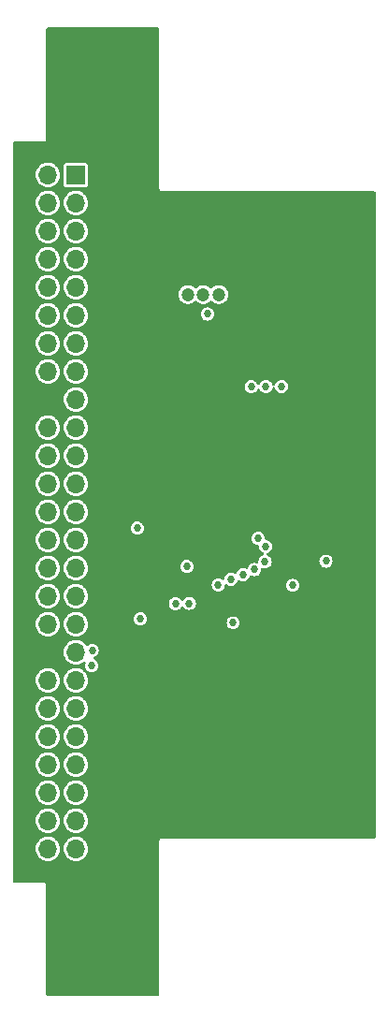
<source format=gbr>
%TF.GenerationSoftware,KiCad,Pcbnew,6.0.1+dfsg-1*%
%TF.CreationDate,2022-03-06T17:25:59+02:00*%
%TF.ProjectId,ram_board,72616d5f-626f-4617-9264-2e6b69636164,rev?*%
%TF.SameCoordinates,Original*%
%TF.FileFunction,Copper,L2,Inr*%
%TF.FilePolarity,Positive*%
%FSLAX46Y46*%
G04 Gerber Fmt 4.6, Leading zero omitted, Abs format (unit mm)*
G04 Created by KiCad (PCBNEW 6.0.1+dfsg-1) date 2022-03-06 17:25:59*
%MOMM*%
%LPD*%
G01*
G04 APERTURE LIST*
%TA.AperFunction,ComponentPad*%
%ADD10C,1.200000*%
%TD*%
%TA.AperFunction,ComponentPad*%
%ADD11O,1.000000X2.200000*%
%TD*%
%TA.AperFunction,ComponentPad*%
%ADD12C,2.540000*%
%TD*%
%TA.AperFunction,ComponentPad*%
%ADD13R,1.700000X1.700000*%
%TD*%
%TA.AperFunction,ComponentPad*%
%ADD14O,1.700000X1.700000*%
%TD*%
%TA.AperFunction,ViaPad*%
%ADD15C,0.686000*%
%TD*%
G04 APERTURE END LIST*
D10*
%TO.N,/DVDD5*%
%TO.C,J2*%
X59580000Y-38060000D03*
%TO.N,/USB_D-*%
X60980000Y-38060000D03*
%TO.N,/USB_D+*%
X62380000Y-38060000D03*
%TO.N,GND*%
X63780000Y-38060000D03*
D11*
X59160000Y-34790000D03*
X59160000Y-30950000D03*
X64500000Y-30950000D03*
X64500000Y-34790000D03*
%TD*%
D12*
%TO.N,GND*%
%TO.C,ST2*%
X53190000Y-94720000D03*
X48110000Y-100160000D03*
X53190000Y-100160000D03*
X48110000Y-94720000D03*
%TD*%
D13*
%TO.N,unconnected-(J1-Pad1)*%
%TO.C,J1*%
X49425790Y-27248710D03*
D14*
%TO.N,unconnected-(J1-Pad2)*%
X46885790Y-27248710D03*
%TO.N,/USB_D+*%
X49425790Y-29788710D03*
%TO.N,/USB_D-*%
X46885790Y-29788710D03*
%TO.N,/BE#*%
X49425790Y-32328710D03*
%TO.N,/OE#*%
X46885790Y-32328710D03*
%TO.N,/WE#*%
X49425790Y-34868710D03*
%TO.N,/CS#*%
X46885790Y-34868710D03*
%TO.N,/A0*%
X49425790Y-37408710D03*
%TO.N,/A1*%
X46885790Y-37408710D03*
%TO.N,/A2*%
X49425790Y-39948710D03*
%TO.N,/A3*%
X46885790Y-39948710D03*
%TO.N,/A4*%
X49425790Y-42488710D03*
%TO.N,/A5*%
X46885790Y-42488710D03*
%TO.N,/A6*%
X49425790Y-45028710D03*
%TO.N,/A7*%
X46885790Y-45028710D03*
%TO.N,/DVDD5*%
X49425790Y-47568710D03*
%TO.N,GND*%
X46885790Y-47568710D03*
%TO.N,/A8*%
X49425790Y-50108710D03*
%TO.N,/A9*%
X46885790Y-50108710D03*
%TO.N,/A10*%
X49425790Y-52648710D03*
%TO.N,/A11*%
X46885790Y-52648710D03*
%TO.N,/A12*%
X49425790Y-55188710D03*
%TO.N,/A13*%
X46885790Y-55188710D03*
%TO.N,/A14*%
X49425790Y-57728710D03*
%TO.N,/A15*%
X46885790Y-57728710D03*
%TO.N,/IO0*%
X49425790Y-60268710D03*
%TO.N,/IO1*%
X46885790Y-60268710D03*
%TO.N,/IO2*%
X49425790Y-62808710D03*
%TO.N,/IO3*%
X46885790Y-62808710D03*
%TO.N,/IO4*%
X49425790Y-65348710D03*
%TO.N,/IO5*%
X46885790Y-65348710D03*
%TO.N,/IO6*%
X49425790Y-67888710D03*
%TO.N,/IO7*%
X46885790Y-67888710D03*
%TO.N,/DVDD3v3*%
X49425790Y-70428710D03*
%TO.N,GND*%
X46885790Y-70428710D03*
%TO.N,/IO8*%
X49425790Y-72968710D03*
%TO.N,/IO9*%
X46885790Y-72968710D03*
%TO.N,/IO10*%
X49425790Y-75508710D03*
%TO.N,/IO11*%
X46885790Y-75508710D03*
%TO.N,/IO12*%
X49425790Y-78048710D03*
%TO.N,/IO13*%
X46885790Y-78048710D03*
%TO.N,/IO14*%
X49425790Y-80588710D03*
%TO.N,/IO15*%
X46885790Y-80588710D03*
%TO.N,unconnected-(J1-Pad45)*%
X49425790Y-83128710D03*
%TO.N,unconnected-(J1-Pad46)*%
X46885790Y-83128710D03*
%TO.N,unconnected-(J1-Pad47)*%
X49425790Y-85668710D03*
%TO.N,unconnected-(J1-Pad48)*%
X46885790Y-85668710D03*
%TO.N,unconnected-(J1-Pad49)*%
X49425790Y-88208710D03*
%TO.N,unconnected-(J1-Pad50)*%
X46885790Y-88208710D03*
%TD*%
D12*
%TO.N,GND*%
%TO.C,ST1*%
X53190000Y-15300000D03*
X53190000Y-20740000D03*
X48110000Y-20740000D03*
X48110000Y-15300000D03*
%TD*%
D15*
%TO.N,GND*%
X66640000Y-59130000D03*
X44908409Y-29836428D03*
X44908409Y-32376428D03*
X75388409Y-78096428D03*
X75388409Y-32376428D03*
X52528409Y-83176428D03*
X65228409Y-85716428D03*
X70308409Y-32376428D03*
X67768409Y-29836428D03*
X44908409Y-37456428D03*
X75388409Y-45076428D03*
X72848409Y-78096428D03*
X44908409Y-55236428D03*
X72848409Y-45076428D03*
X52528409Y-29836428D03*
X75388409Y-50156428D03*
X52528409Y-27296428D03*
X44908409Y-34916428D03*
X44908409Y-75556428D03*
X55068409Y-29836428D03*
X72848409Y-39996428D03*
X72848409Y-52696428D03*
X62688409Y-32376428D03*
X55068409Y-24756428D03*
X49988409Y-95876428D03*
X75388409Y-80636428D03*
X57608409Y-32376428D03*
X44908409Y-42536428D03*
X62688409Y-29836428D03*
X55068409Y-17136428D03*
X72848409Y-55236428D03*
X44908409Y-39996428D03*
X44908409Y-60316428D03*
X55068409Y-98416428D03*
X44908409Y-90796428D03*
X57608409Y-83176428D03*
X49988409Y-24756428D03*
X44908409Y-73016428D03*
X65228409Y-42536428D03*
X70308409Y-85716428D03*
X55068409Y-95876428D03*
X47448409Y-24756428D03*
X72848409Y-37456428D03*
X66050000Y-58490000D03*
X70308409Y-42536428D03*
X47448409Y-90796428D03*
X72848409Y-50156428D03*
X44908409Y-50156428D03*
X49988409Y-98416428D03*
X72848409Y-42536428D03*
X60148409Y-83176428D03*
X49988409Y-14596428D03*
X75388409Y-55236428D03*
X55068409Y-85716428D03*
X55068409Y-19676428D03*
X44908409Y-65396428D03*
X44908409Y-47616428D03*
X49988409Y-22216428D03*
X72848409Y-34916428D03*
X65228409Y-55236428D03*
X44908409Y-52696428D03*
X72848409Y-85716428D03*
X75388409Y-34916428D03*
X44908409Y-83176428D03*
X52528409Y-47616428D03*
X65228409Y-83176428D03*
X55068409Y-90796428D03*
X75388409Y-75556428D03*
X72848409Y-80636428D03*
X55068409Y-27296428D03*
X72848409Y-29836428D03*
X44908409Y-45076428D03*
X55068409Y-83176428D03*
X58420000Y-61710000D03*
X67768409Y-34916428D03*
X49988409Y-93336428D03*
X72848409Y-47616428D03*
X70308409Y-83176428D03*
X67768409Y-37456428D03*
X75388409Y-39996428D03*
X62688409Y-85716428D03*
X49988409Y-100956428D03*
X44908409Y-62856428D03*
X75388409Y-85716428D03*
X62688409Y-83176428D03*
X75388409Y-83176428D03*
X70308409Y-37456428D03*
X60148409Y-85716428D03*
X55068409Y-93336428D03*
X52528409Y-24756428D03*
X75388409Y-52696428D03*
X67768409Y-83176428D03*
X72150000Y-60240000D03*
X44908409Y-70476428D03*
X62688409Y-34916428D03*
X44908409Y-80636428D03*
X49988409Y-90796428D03*
X75388409Y-37456428D03*
X44908409Y-57776428D03*
X52528409Y-70476428D03*
X67768409Y-32376428D03*
X44908409Y-88256428D03*
X44908409Y-85716428D03*
X52528409Y-85716428D03*
X49988409Y-17136428D03*
X55068409Y-22216428D03*
X55068409Y-88256428D03*
X57608409Y-29836428D03*
X44908409Y-24756428D03*
X72848409Y-32376428D03*
X44908409Y-78096428D03*
X44908409Y-27296428D03*
X57608409Y-85716428D03*
X70308409Y-34916428D03*
X75388409Y-29836428D03*
X55068409Y-14596428D03*
X53560000Y-61490000D03*
X52528409Y-90796428D03*
X67768409Y-85716428D03*
X70308409Y-80636428D03*
X55068409Y-100956428D03*
X72848409Y-83176428D03*
X49988409Y-19676428D03*
X70308409Y-39996428D03*
X75388409Y-47616428D03*
X75388409Y-42536428D03*
X44908409Y-67936428D03*
X67768409Y-42536428D03*
X70308409Y-29836428D03*
X65228409Y-39996428D03*
X67768409Y-39996428D03*
X52528409Y-88256428D03*
%TO.N,/DVDD3v3*%
X50910000Y-70260000D03*
X65950000Y-60120000D03*
X59490000Y-62670000D03*
X72080000Y-62180000D03*
X66600000Y-60850000D03*
X55010000Y-59190000D03*
X50880000Y-71630000D03*
%TO.N,/DVDD5*%
X61340000Y-39830000D03*
%TO.N,/A8*%
X66570000Y-62220000D03*
%TO.N,/A10*%
X64570000Y-63390000D03*
%TO.N,/A15*%
X55290000Y-67400000D03*
%TO.N,/A14*%
X58450000Y-66030000D03*
%TO.N,/A13*%
X59710000Y-66000000D03*
%TO.N,/A12*%
X62330000Y-64330000D03*
%TO.N,/A11*%
X63480000Y-63820000D03*
%TO.N,/A9*%
X65610000Y-62940000D03*
%TO.N,/A18*%
X63680000Y-67760000D03*
X69090000Y-64370000D03*
%TO.N,/A7*%
X65310000Y-46410000D03*
%TO.N,/A6*%
X66650000Y-46390000D03*
%TO.N,/A5*%
X68060000Y-46380000D03*
%TD*%
%TA.AperFunction,Conductor*%
%TO.N,GND*%
G36*
X56932121Y-13940002D02*
G01*
X56978614Y-13993658D01*
X56990000Y-14046000D01*
X56990000Y-28442966D01*
X56987579Y-28467547D01*
X56985102Y-28480000D01*
X57004505Y-28577545D01*
X57059760Y-28660240D01*
X57142455Y-28715495D01*
X57170905Y-28721154D01*
X57240000Y-28734898D01*
X57252171Y-28732477D01*
X57252453Y-28732421D01*
X57277034Y-28730000D01*
X76464000Y-28730000D01*
X76532121Y-28750002D01*
X76578614Y-28803658D01*
X76590000Y-28856000D01*
X76590000Y-87124000D01*
X76569998Y-87192121D01*
X76516342Y-87238614D01*
X76464000Y-87250000D01*
X57277034Y-87250000D01*
X57252453Y-87247579D01*
X57252171Y-87247523D01*
X57240000Y-87245102D01*
X57215376Y-87250000D01*
X57142455Y-87264505D01*
X57059760Y-87319760D01*
X57004505Y-87402455D01*
X56985102Y-87500000D01*
X56987523Y-87512171D01*
X56987579Y-87512453D01*
X56990000Y-87537034D01*
X56990000Y-101374000D01*
X56969998Y-101442121D01*
X56916342Y-101488614D01*
X56864000Y-101500000D01*
X46876000Y-101500000D01*
X46807879Y-101479998D01*
X46761386Y-101426342D01*
X46750000Y-101374000D01*
X46750000Y-91537034D01*
X46752421Y-91512453D01*
X46752477Y-91512171D01*
X46754898Y-91500000D01*
X46735495Y-91402455D01*
X46680240Y-91319760D01*
X46669924Y-91312867D01*
X46607862Y-91271398D01*
X46607860Y-91271397D01*
X46597545Y-91264505D01*
X46524624Y-91250000D01*
X46500000Y-91245102D01*
X46487829Y-91247523D01*
X46487547Y-91247579D01*
X46462966Y-91250000D01*
X43876000Y-91250000D01*
X43807879Y-91229998D01*
X43761386Y-91176342D01*
X43750000Y-91124000D01*
X43750000Y-88179779D01*
X45780954Y-88179779D01*
X45794182Y-88381604D01*
X45843968Y-88577638D01*
X45928646Y-88761317D01*
X46045378Y-88926490D01*
X46190256Y-89067623D01*
X46358427Y-89179992D01*
X46363730Y-89182270D01*
X46363733Y-89182272D01*
X46452081Y-89220229D01*
X46544260Y-89259832D01*
X46741530Y-89304470D01*
X46747299Y-89304697D01*
X46747302Y-89304697D01*
X46823473Y-89307689D01*
X46943632Y-89312410D01*
X47029922Y-89299899D01*
X47138076Y-89284218D01*
X47138081Y-89284217D01*
X47143797Y-89283388D01*
X47149269Y-89281530D01*
X47149271Y-89281530D01*
X47329857Y-89220229D01*
X47329859Y-89220228D01*
X47335321Y-89218374D01*
X47511791Y-89119547D01*
X47574223Y-89067623D01*
X47662863Y-88993901D01*
X47667295Y-88990215D01*
X47796627Y-88834711D01*
X47895454Y-88658241D01*
X47960468Y-88466717D01*
X47961297Y-88461001D01*
X47961298Y-88460996D01*
X47988957Y-88270226D01*
X47989490Y-88266552D01*
X47991005Y-88208710D01*
X47988347Y-88179779D01*
X48320954Y-88179779D01*
X48334182Y-88381604D01*
X48383968Y-88577638D01*
X48468646Y-88761317D01*
X48585378Y-88926490D01*
X48730256Y-89067623D01*
X48898427Y-89179992D01*
X48903730Y-89182270D01*
X48903733Y-89182272D01*
X48992081Y-89220229D01*
X49084260Y-89259832D01*
X49281530Y-89304470D01*
X49287299Y-89304697D01*
X49287302Y-89304697D01*
X49363473Y-89307689D01*
X49483632Y-89312410D01*
X49569922Y-89299899D01*
X49678076Y-89284218D01*
X49678081Y-89284217D01*
X49683797Y-89283388D01*
X49689269Y-89281530D01*
X49689271Y-89281530D01*
X49869857Y-89220229D01*
X49869859Y-89220228D01*
X49875321Y-89218374D01*
X50051791Y-89119547D01*
X50114223Y-89067623D01*
X50202863Y-88993901D01*
X50207295Y-88990215D01*
X50336627Y-88834711D01*
X50435454Y-88658241D01*
X50500468Y-88466717D01*
X50501297Y-88461001D01*
X50501298Y-88460996D01*
X50528957Y-88270226D01*
X50529490Y-88266552D01*
X50531005Y-88208710D01*
X50512498Y-88007301D01*
X50457597Y-87812636D01*
X50368141Y-87631237D01*
X50349869Y-87606767D01*
X50250578Y-87473801D01*
X50250577Y-87473800D01*
X50247125Y-87469177D01*
X50224140Y-87447930D01*
X50102843Y-87335804D01*
X50102841Y-87335802D01*
X50098602Y-87331884D01*
X50068462Y-87312867D01*
X49932427Y-87227035D01*
X49927547Y-87223956D01*
X49739688Y-87149008D01*
X49541316Y-87109549D01*
X49535542Y-87109473D01*
X49535538Y-87109473D01*
X49433047Y-87108132D01*
X49339076Y-87106902D01*
X49333379Y-87107881D01*
X49333378Y-87107881D01*
X49145436Y-87140175D01*
X49145435Y-87140175D01*
X49139739Y-87141154D01*
X48949983Y-87211159D01*
X48945022Y-87214111D01*
X48945021Y-87214111D01*
X48864386Y-87262084D01*
X48776161Y-87314572D01*
X48624095Y-87447930D01*
X48498879Y-87606767D01*
X48404704Y-87785763D01*
X48344727Y-87978923D01*
X48320954Y-88179779D01*
X47988347Y-88179779D01*
X47972498Y-88007301D01*
X47917597Y-87812636D01*
X47828141Y-87631237D01*
X47809869Y-87606767D01*
X47710578Y-87473801D01*
X47710577Y-87473800D01*
X47707125Y-87469177D01*
X47684140Y-87447930D01*
X47562843Y-87335804D01*
X47562841Y-87335802D01*
X47558602Y-87331884D01*
X47528462Y-87312867D01*
X47392427Y-87227035D01*
X47387547Y-87223956D01*
X47199688Y-87149008D01*
X47001316Y-87109549D01*
X46995542Y-87109473D01*
X46995538Y-87109473D01*
X46893047Y-87108132D01*
X46799076Y-87106902D01*
X46793379Y-87107881D01*
X46793378Y-87107881D01*
X46605436Y-87140175D01*
X46605435Y-87140175D01*
X46599739Y-87141154D01*
X46409983Y-87211159D01*
X46405022Y-87214111D01*
X46405021Y-87214111D01*
X46324386Y-87262084D01*
X46236161Y-87314572D01*
X46084095Y-87447930D01*
X45958879Y-87606767D01*
X45864704Y-87785763D01*
X45804727Y-87978923D01*
X45780954Y-88179779D01*
X43750000Y-88179779D01*
X43750000Y-85639779D01*
X45780954Y-85639779D01*
X45794182Y-85841604D01*
X45843968Y-86037638D01*
X45928646Y-86221317D01*
X46045378Y-86386490D01*
X46190256Y-86527623D01*
X46358427Y-86639992D01*
X46363730Y-86642270D01*
X46363733Y-86642272D01*
X46452081Y-86680229D01*
X46544260Y-86719832D01*
X46741530Y-86764470D01*
X46747299Y-86764697D01*
X46747302Y-86764697D01*
X46823473Y-86767689D01*
X46943632Y-86772410D01*
X47029922Y-86759899D01*
X47138076Y-86744218D01*
X47138081Y-86744217D01*
X47143797Y-86743388D01*
X47149269Y-86741530D01*
X47149271Y-86741530D01*
X47329857Y-86680229D01*
X47329859Y-86680228D01*
X47335321Y-86678374D01*
X47511791Y-86579547D01*
X47574223Y-86527623D01*
X47662863Y-86453901D01*
X47667295Y-86450215D01*
X47796627Y-86294711D01*
X47895454Y-86118241D01*
X47960468Y-85926717D01*
X47961297Y-85921001D01*
X47961298Y-85920996D01*
X47988957Y-85730226D01*
X47989490Y-85726552D01*
X47991005Y-85668710D01*
X47988347Y-85639779D01*
X48320954Y-85639779D01*
X48334182Y-85841604D01*
X48383968Y-86037638D01*
X48468646Y-86221317D01*
X48585378Y-86386490D01*
X48730256Y-86527623D01*
X48898427Y-86639992D01*
X48903730Y-86642270D01*
X48903733Y-86642272D01*
X48992081Y-86680229D01*
X49084260Y-86719832D01*
X49281530Y-86764470D01*
X49287299Y-86764697D01*
X49287302Y-86764697D01*
X49363473Y-86767689D01*
X49483632Y-86772410D01*
X49569922Y-86759899D01*
X49678076Y-86744218D01*
X49678081Y-86744217D01*
X49683797Y-86743388D01*
X49689269Y-86741530D01*
X49689271Y-86741530D01*
X49869857Y-86680229D01*
X49869859Y-86680228D01*
X49875321Y-86678374D01*
X50051791Y-86579547D01*
X50114223Y-86527623D01*
X50202863Y-86453901D01*
X50207295Y-86450215D01*
X50336627Y-86294711D01*
X50435454Y-86118241D01*
X50500468Y-85926717D01*
X50501297Y-85921001D01*
X50501298Y-85920996D01*
X50528957Y-85730226D01*
X50529490Y-85726552D01*
X50531005Y-85668710D01*
X50512498Y-85467301D01*
X50457597Y-85272636D01*
X50368141Y-85091237D01*
X50349869Y-85066767D01*
X50250578Y-84933801D01*
X50250577Y-84933800D01*
X50247125Y-84929177D01*
X50224140Y-84907930D01*
X50102843Y-84795804D01*
X50102841Y-84795802D01*
X50098602Y-84791884D01*
X50071164Y-84774572D01*
X49932427Y-84687035D01*
X49927547Y-84683956D01*
X49739688Y-84609008D01*
X49541316Y-84569549D01*
X49535542Y-84569473D01*
X49535538Y-84569473D01*
X49433047Y-84568132D01*
X49339076Y-84566902D01*
X49333379Y-84567881D01*
X49333378Y-84567881D01*
X49145436Y-84600175D01*
X49145435Y-84600175D01*
X49139739Y-84601154D01*
X48949983Y-84671159D01*
X48776161Y-84774572D01*
X48624095Y-84907930D01*
X48498879Y-85066767D01*
X48404704Y-85245763D01*
X48344727Y-85438923D01*
X48320954Y-85639779D01*
X47988347Y-85639779D01*
X47972498Y-85467301D01*
X47917597Y-85272636D01*
X47828141Y-85091237D01*
X47809869Y-85066767D01*
X47710578Y-84933801D01*
X47710577Y-84933800D01*
X47707125Y-84929177D01*
X47684140Y-84907930D01*
X47562843Y-84795804D01*
X47562841Y-84795802D01*
X47558602Y-84791884D01*
X47531164Y-84774572D01*
X47392427Y-84687035D01*
X47387547Y-84683956D01*
X47199688Y-84609008D01*
X47001316Y-84569549D01*
X46995542Y-84569473D01*
X46995538Y-84569473D01*
X46893047Y-84568132D01*
X46799076Y-84566902D01*
X46793379Y-84567881D01*
X46793378Y-84567881D01*
X46605436Y-84600175D01*
X46605435Y-84600175D01*
X46599739Y-84601154D01*
X46409983Y-84671159D01*
X46236161Y-84774572D01*
X46084095Y-84907930D01*
X45958879Y-85066767D01*
X45864704Y-85245763D01*
X45804727Y-85438923D01*
X45780954Y-85639779D01*
X43750000Y-85639779D01*
X43750000Y-83099779D01*
X45780954Y-83099779D01*
X45794182Y-83301604D01*
X45843968Y-83497638D01*
X45928646Y-83681317D01*
X46045378Y-83846490D01*
X46190256Y-83987623D01*
X46358427Y-84099992D01*
X46363730Y-84102270D01*
X46363733Y-84102272D01*
X46452081Y-84140229D01*
X46544260Y-84179832D01*
X46741530Y-84224470D01*
X46747299Y-84224697D01*
X46747302Y-84224697D01*
X46823473Y-84227689D01*
X46943632Y-84232410D01*
X47029922Y-84219899D01*
X47138076Y-84204218D01*
X47138081Y-84204217D01*
X47143797Y-84203388D01*
X47149269Y-84201530D01*
X47149271Y-84201530D01*
X47329857Y-84140229D01*
X47329859Y-84140228D01*
X47335321Y-84138374D01*
X47511791Y-84039547D01*
X47574223Y-83987623D01*
X47662863Y-83913901D01*
X47667295Y-83910215D01*
X47796627Y-83754711D01*
X47895454Y-83578241D01*
X47960468Y-83386717D01*
X47961297Y-83381001D01*
X47961298Y-83380996D01*
X47988957Y-83190226D01*
X47989490Y-83186552D01*
X47991005Y-83128710D01*
X47988347Y-83099779D01*
X48320954Y-83099779D01*
X48334182Y-83301604D01*
X48383968Y-83497638D01*
X48468646Y-83681317D01*
X48585378Y-83846490D01*
X48730256Y-83987623D01*
X48898427Y-84099992D01*
X48903730Y-84102270D01*
X48903733Y-84102272D01*
X48992081Y-84140229D01*
X49084260Y-84179832D01*
X49281530Y-84224470D01*
X49287299Y-84224697D01*
X49287302Y-84224697D01*
X49363473Y-84227689D01*
X49483632Y-84232410D01*
X49569922Y-84219899D01*
X49678076Y-84204218D01*
X49678081Y-84204217D01*
X49683797Y-84203388D01*
X49689269Y-84201530D01*
X49689271Y-84201530D01*
X49869857Y-84140229D01*
X49869859Y-84140228D01*
X49875321Y-84138374D01*
X50051791Y-84039547D01*
X50114223Y-83987623D01*
X50202863Y-83913901D01*
X50207295Y-83910215D01*
X50336627Y-83754711D01*
X50435454Y-83578241D01*
X50500468Y-83386717D01*
X50501297Y-83381001D01*
X50501298Y-83380996D01*
X50528957Y-83190226D01*
X50529490Y-83186552D01*
X50531005Y-83128710D01*
X50512498Y-82927301D01*
X50457597Y-82732636D01*
X50368141Y-82551237D01*
X50349869Y-82526767D01*
X50250578Y-82393801D01*
X50250577Y-82393800D01*
X50247125Y-82389177D01*
X50224140Y-82367930D01*
X50102843Y-82255804D01*
X50102841Y-82255802D01*
X50098602Y-82251884D01*
X50071164Y-82234572D01*
X49932427Y-82147035D01*
X49927547Y-82143956D01*
X49739688Y-82069008D01*
X49541316Y-82029549D01*
X49535542Y-82029473D01*
X49535538Y-82029473D01*
X49433047Y-82028132D01*
X49339076Y-82026902D01*
X49333379Y-82027881D01*
X49333378Y-82027881D01*
X49145436Y-82060175D01*
X49145435Y-82060175D01*
X49139739Y-82061154D01*
X48949983Y-82131159D01*
X48776161Y-82234572D01*
X48624095Y-82367930D01*
X48498879Y-82526767D01*
X48404704Y-82705763D01*
X48344727Y-82898923D01*
X48320954Y-83099779D01*
X47988347Y-83099779D01*
X47972498Y-82927301D01*
X47917597Y-82732636D01*
X47828141Y-82551237D01*
X47809869Y-82526767D01*
X47710578Y-82393801D01*
X47710577Y-82393800D01*
X47707125Y-82389177D01*
X47684140Y-82367930D01*
X47562843Y-82255804D01*
X47562841Y-82255802D01*
X47558602Y-82251884D01*
X47531164Y-82234572D01*
X47392427Y-82147035D01*
X47387547Y-82143956D01*
X47199688Y-82069008D01*
X47001316Y-82029549D01*
X46995542Y-82029473D01*
X46995538Y-82029473D01*
X46893047Y-82028132D01*
X46799076Y-82026902D01*
X46793379Y-82027881D01*
X46793378Y-82027881D01*
X46605436Y-82060175D01*
X46605435Y-82060175D01*
X46599739Y-82061154D01*
X46409983Y-82131159D01*
X46236161Y-82234572D01*
X46084095Y-82367930D01*
X45958879Y-82526767D01*
X45864704Y-82705763D01*
X45804727Y-82898923D01*
X45780954Y-83099779D01*
X43750000Y-83099779D01*
X43750000Y-80559779D01*
X45780954Y-80559779D01*
X45794182Y-80761604D01*
X45843968Y-80957638D01*
X45928646Y-81141317D01*
X46045378Y-81306490D01*
X46190256Y-81447623D01*
X46358427Y-81559992D01*
X46363730Y-81562270D01*
X46363733Y-81562272D01*
X46452081Y-81600229D01*
X46544260Y-81639832D01*
X46741530Y-81684470D01*
X46747299Y-81684697D01*
X46747302Y-81684697D01*
X46823473Y-81687689D01*
X46943632Y-81692410D01*
X47029922Y-81679899D01*
X47138076Y-81664218D01*
X47138081Y-81664217D01*
X47143797Y-81663388D01*
X47149269Y-81661530D01*
X47149271Y-81661530D01*
X47329857Y-81600229D01*
X47329859Y-81600228D01*
X47335321Y-81598374D01*
X47511791Y-81499547D01*
X47574223Y-81447623D01*
X47662863Y-81373901D01*
X47667295Y-81370215D01*
X47796627Y-81214711D01*
X47895454Y-81038241D01*
X47960468Y-80846717D01*
X47961297Y-80841001D01*
X47961298Y-80840996D01*
X47988957Y-80650226D01*
X47989490Y-80646552D01*
X47991005Y-80588710D01*
X47988347Y-80559779D01*
X48320954Y-80559779D01*
X48334182Y-80761604D01*
X48383968Y-80957638D01*
X48468646Y-81141317D01*
X48585378Y-81306490D01*
X48730256Y-81447623D01*
X48898427Y-81559992D01*
X48903730Y-81562270D01*
X48903733Y-81562272D01*
X48992081Y-81600229D01*
X49084260Y-81639832D01*
X49281530Y-81684470D01*
X49287299Y-81684697D01*
X49287302Y-81684697D01*
X49363473Y-81687689D01*
X49483632Y-81692410D01*
X49569922Y-81679899D01*
X49678076Y-81664218D01*
X49678081Y-81664217D01*
X49683797Y-81663388D01*
X49689269Y-81661530D01*
X49689271Y-81661530D01*
X49869857Y-81600229D01*
X49869859Y-81600228D01*
X49875321Y-81598374D01*
X50051791Y-81499547D01*
X50114223Y-81447623D01*
X50202863Y-81373901D01*
X50207295Y-81370215D01*
X50336627Y-81214711D01*
X50435454Y-81038241D01*
X50500468Y-80846717D01*
X50501297Y-80841001D01*
X50501298Y-80840996D01*
X50528957Y-80650226D01*
X50529490Y-80646552D01*
X50531005Y-80588710D01*
X50512498Y-80387301D01*
X50457597Y-80192636D01*
X50368141Y-80011237D01*
X50349869Y-79986767D01*
X50250578Y-79853801D01*
X50250577Y-79853800D01*
X50247125Y-79849177D01*
X50224140Y-79827930D01*
X50102843Y-79715804D01*
X50102841Y-79715802D01*
X50098602Y-79711884D01*
X50071164Y-79694572D01*
X49932427Y-79607035D01*
X49927547Y-79603956D01*
X49739688Y-79529008D01*
X49541316Y-79489549D01*
X49535542Y-79489473D01*
X49535538Y-79489473D01*
X49433047Y-79488132D01*
X49339076Y-79486902D01*
X49333379Y-79487881D01*
X49333378Y-79487881D01*
X49145436Y-79520175D01*
X49145435Y-79520175D01*
X49139739Y-79521154D01*
X48949983Y-79591159D01*
X48776161Y-79694572D01*
X48624095Y-79827930D01*
X48498879Y-79986767D01*
X48404704Y-80165763D01*
X48344727Y-80358923D01*
X48320954Y-80559779D01*
X47988347Y-80559779D01*
X47972498Y-80387301D01*
X47917597Y-80192636D01*
X47828141Y-80011237D01*
X47809869Y-79986767D01*
X47710578Y-79853801D01*
X47710577Y-79853800D01*
X47707125Y-79849177D01*
X47684140Y-79827930D01*
X47562843Y-79715804D01*
X47562841Y-79715802D01*
X47558602Y-79711884D01*
X47531164Y-79694572D01*
X47392427Y-79607035D01*
X47387547Y-79603956D01*
X47199688Y-79529008D01*
X47001316Y-79489549D01*
X46995542Y-79489473D01*
X46995538Y-79489473D01*
X46893047Y-79488132D01*
X46799076Y-79486902D01*
X46793379Y-79487881D01*
X46793378Y-79487881D01*
X46605436Y-79520175D01*
X46605435Y-79520175D01*
X46599739Y-79521154D01*
X46409983Y-79591159D01*
X46236161Y-79694572D01*
X46084095Y-79827930D01*
X45958879Y-79986767D01*
X45864704Y-80165763D01*
X45804727Y-80358923D01*
X45780954Y-80559779D01*
X43750000Y-80559779D01*
X43750000Y-78019779D01*
X45780954Y-78019779D01*
X45794182Y-78221604D01*
X45843968Y-78417638D01*
X45928646Y-78601317D01*
X46045378Y-78766490D01*
X46190256Y-78907623D01*
X46358427Y-79019992D01*
X46363730Y-79022270D01*
X46363733Y-79022272D01*
X46452081Y-79060229D01*
X46544260Y-79099832D01*
X46741530Y-79144470D01*
X46747299Y-79144697D01*
X46747302Y-79144697D01*
X46823473Y-79147689D01*
X46943632Y-79152410D01*
X47029922Y-79139899D01*
X47138076Y-79124218D01*
X47138081Y-79124217D01*
X47143797Y-79123388D01*
X47149269Y-79121530D01*
X47149271Y-79121530D01*
X47329857Y-79060229D01*
X47329859Y-79060228D01*
X47335321Y-79058374D01*
X47511791Y-78959547D01*
X47574223Y-78907623D01*
X47662863Y-78833901D01*
X47667295Y-78830215D01*
X47796627Y-78674711D01*
X47895454Y-78498241D01*
X47960468Y-78306717D01*
X47961297Y-78301001D01*
X47961298Y-78300996D01*
X47988957Y-78110226D01*
X47989490Y-78106552D01*
X47991005Y-78048710D01*
X47988347Y-78019779D01*
X48320954Y-78019779D01*
X48334182Y-78221604D01*
X48383968Y-78417638D01*
X48468646Y-78601317D01*
X48585378Y-78766490D01*
X48730256Y-78907623D01*
X48898427Y-79019992D01*
X48903730Y-79022270D01*
X48903733Y-79022272D01*
X48992081Y-79060229D01*
X49084260Y-79099832D01*
X49281530Y-79144470D01*
X49287299Y-79144697D01*
X49287302Y-79144697D01*
X49363473Y-79147689D01*
X49483632Y-79152410D01*
X49569922Y-79139899D01*
X49678076Y-79124218D01*
X49678081Y-79124217D01*
X49683797Y-79123388D01*
X49689269Y-79121530D01*
X49689271Y-79121530D01*
X49869857Y-79060229D01*
X49869859Y-79060228D01*
X49875321Y-79058374D01*
X50051791Y-78959547D01*
X50114223Y-78907623D01*
X50202863Y-78833901D01*
X50207295Y-78830215D01*
X50336627Y-78674711D01*
X50435454Y-78498241D01*
X50500468Y-78306717D01*
X50501297Y-78301001D01*
X50501298Y-78300996D01*
X50528957Y-78110226D01*
X50529490Y-78106552D01*
X50531005Y-78048710D01*
X50512498Y-77847301D01*
X50457597Y-77652636D01*
X50368141Y-77471237D01*
X50349869Y-77446767D01*
X50250578Y-77313801D01*
X50250577Y-77313800D01*
X50247125Y-77309177D01*
X50224140Y-77287930D01*
X50102843Y-77175804D01*
X50102841Y-77175802D01*
X50098602Y-77171884D01*
X50071164Y-77154572D01*
X49932427Y-77067035D01*
X49927547Y-77063956D01*
X49739688Y-76989008D01*
X49541316Y-76949549D01*
X49535542Y-76949473D01*
X49535538Y-76949473D01*
X49433047Y-76948132D01*
X49339076Y-76946902D01*
X49333379Y-76947881D01*
X49333378Y-76947881D01*
X49145436Y-76980175D01*
X49145435Y-76980175D01*
X49139739Y-76981154D01*
X48949983Y-77051159D01*
X48776161Y-77154572D01*
X48624095Y-77287930D01*
X48498879Y-77446767D01*
X48404704Y-77625763D01*
X48344727Y-77818923D01*
X48320954Y-78019779D01*
X47988347Y-78019779D01*
X47972498Y-77847301D01*
X47917597Y-77652636D01*
X47828141Y-77471237D01*
X47809869Y-77446767D01*
X47710578Y-77313801D01*
X47710577Y-77313800D01*
X47707125Y-77309177D01*
X47684140Y-77287930D01*
X47562843Y-77175804D01*
X47562841Y-77175802D01*
X47558602Y-77171884D01*
X47531164Y-77154572D01*
X47392427Y-77067035D01*
X47387547Y-77063956D01*
X47199688Y-76989008D01*
X47001316Y-76949549D01*
X46995542Y-76949473D01*
X46995538Y-76949473D01*
X46893047Y-76948132D01*
X46799076Y-76946902D01*
X46793379Y-76947881D01*
X46793378Y-76947881D01*
X46605436Y-76980175D01*
X46605435Y-76980175D01*
X46599739Y-76981154D01*
X46409983Y-77051159D01*
X46236161Y-77154572D01*
X46084095Y-77287930D01*
X45958879Y-77446767D01*
X45864704Y-77625763D01*
X45804727Y-77818923D01*
X45780954Y-78019779D01*
X43750000Y-78019779D01*
X43750000Y-75479779D01*
X45780954Y-75479779D01*
X45794182Y-75681604D01*
X45843968Y-75877638D01*
X45928646Y-76061317D01*
X46045378Y-76226490D01*
X46190256Y-76367623D01*
X46358427Y-76479992D01*
X46363730Y-76482270D01*
X46363733Y-76482272D01*
X46452081Y-76520229D01*
X46544260Y-76559832D01*
X46741530Y-76604470D01*
X46747299Y-76604697D01*
X46747302Y-76604697D01*
X46823473Y-76607689D01*
X46943632Y-76612410D01*
X47029922Y-76599899D01*
X47138076Y-76584218D01*
X47138081Y-76584217D01*
X47143797Y-76583388D01*
X47149269Y-76581530D01*
X47149271Y-76581530D01*
X47329857Y-76520229D01*
X47329859Y-76520228D01*
X47335321Y-76518374D01*
X47511791Y-76419547D01*
X47574223Y-76367623D01*
X47662863Y-76293901D01*
X47667295Y-76290215D01*
X47796627Y-76134711D01*
X47895454Y-75958241D01*
X47960468Y-75766717D01*
X47961297Y-75761001D01*
X47961298Y-75760996D01*
X47988957Y-75570226D01*
X47989490Y-75566552D01*
X47991005Y-75508710D01*
X47988347Y-75479779D01*
X48320954Y-75479779D01*
X48334182Y-75681604D01*
X48383968Y-75877638D01*
X48468646Y-76061317D01*
X48585378Y-76226490D01*
X48730256Y-76367623D01*
X48898427Y-76479992D01*
X48903730Y-76482270D01*
X48903733Y-76482272D01*
X48992081Y-76520229D01*
X49084260Y-76559832D01*
X49281530Y-76604470D01*
X49287299Y-76604697D01*
X49287302Y-76604697D01*
X49363473Y-76607689D01*
X49483632Y-76612410D01*
X49569922Y-76599899D01*
X49678076Y-76584218D01*
X49678081Y-76584217D01*
X49683797Y-76583388D01*
X49689269Y-76581530D01*
X49689271Y-76581530D01*
X49869857Y-76520229D01*
X49869859Y-76520228D01*
X49875321Y-76518374D01*
X50051791Y-76419547D01*
X50114223Y-76367623D01*
X50202863Y-76293901D01*
X50207295Y-76290215D01*
X50336627Y-76134711D01*
X50435454Y-75958241D01*
X50500468Y-75766717D01*
X50501297Y-75761001D01*
X50501298Y-75760996D01*
X50528957Y-75570226D01*
X50529490Y-75566552D01*
X50531005Y-75508710D01*
X50512498Y-75307301D01*
X50457597Y-75112636D01*
X50368141Y-74931237D01*
X50349869Y-74906767D01*
X50250578Y-74773801D01*
X50250577Y-74773800D01*
X50247125Y-74769177D01*
X50224140Y-74747930D01*
X50102843Y-74635804D01*
X50102841Y-74635802D01*
X50098602Y-74631884D01*
X50071164Y-74614572D01*
X49932427Y-74527035D01*
X49927547Y-74523956D01*
X49739688Y-74449008D01*
X49541316Y-74409549D01*
X49535542Y-74409473D01*
X49535538Y-74409473D01*
X49433047Y-74408132D01*
X49339076Y-74406902D01*
X49333379Y-74407881D01*
X49333378Y-74407881D01*
X49145436Y-74440175D01*
X49145435Y-74440175D01*
X49139739Y-74441154D01*
X48949983Y-74511159D01*
X48776161Y-74614572D01*
X48624095Y-74747930D01*
X48498879Y-74906767D01*
X48404704Y-75085763D01*
X48344727Y-75278923D01*
X48320954Y-75479779D01*
X47988347Y-75479779D01*
X47972498Y-75307301D01*
X47917597Y-75112636D01*
X47828141Y-74931237D01*
X47809869Y-74906767D01*
X47710578Y-74773801D01*
X47710577Y-74773800D01*
X47707125Y-74769177D01*
X47684140Y-74747930D01*
X47562843Y-74635804D01*
X47562841Y-74635802D01*
X47558602Y-74631884D01*
X47531164Y-74614572D01*
X47392427Y-74527035D01*
X47387547Y-74523956D01*
X47199688Y-74449008D01*
X47001316Y-74409549D01*
X46995542Y-74409473D01*
X46995538Y-74409473D01*
X46893047Y-74408132D01*
X46799076Y-74406902D01*
X46793379Y-74407881D01*
X46793378Y-74407881D01*
X46605436Y-74440175D01*
X46605435Y-74440175D01*
X46599739Y-74441154D01*
X46409983Y-74511159D01*
X46236161Y-74614572D01*
X46084095Y-74747930D01*
X45958879Y-74906767D01*
X45864704Y-75085763D01*
X45804727Y-75278923D01*
X45780954Y-75479779D01*
X43750000Y-75479779D01*
X43750000Y-72939779D01*
X45780954Y-72939779D01*
X45794182Y-73141604D01*
X45843968Y-73337638D01*
X45928646Y-73521317D01*
X46045378Y-73686490D01*
X46190256Y-73827623D01*
X46358427Y-73939992D01*
X46363730Y-73942270D01*
X46363733Y-73942272D01*
X46452081Y-73980229D01*
X46544260Y-74019832D01*
X46741530Y-74064470D01*
X46747299Y-74064697D01*
X46747302Y-74064697D01*
X46823473Y-74067689D01*
X46943632Y-74072410D01*
X47029922Y-74059899D01*
X47138076Y-74044218D01*
X47138081Y-74044217D01*
X47143797Y-74043388D01*
X47149269Y-74041530D01*
X47149271Y-74041530D01*
X47329857Y-73980229D01*
X47329859Y-73980228D01*
X47335321Y-73978374D01*
X47511791Y-73879547D01*
X47574223Y-73827623D01*
X47662863Y-73753901D01*
X47667295Y-73750215D01*
X47796627Y-73594711D01*
X47895454Y-73418241D01*
X47960468Y-73226717D01*
X47961297Y-73221001D01*
X47961298Y-73220996D01*
X47988957Y-73030226D01*
X47989490Y-73026552D01*
X47991005Y-72968710D01*
X47988347Y-72939779D01*
X48320954Y-72939779D01*
X48334182Y-73141604D01*
X48383968Y-73337638D01*
X48468646Y-73521317D01*
X48585378Y-73686490D01*
X48730256Y-73827623D01*
X48898427Y-73939992D01*
X48903730Y-73942270D01*
X48903733Y-73942272D01*
X48992081Y-73980229D01*
X49084260Y-74019832D01*
X49281530Y-74064470D01*
X49287299Y-74064697D01*
X49287302Y-74064697D01*
X49363473Y-74067689D01*
X49483632Y-74072410D01*
X49569922Y-74059899D01*
X49678076Y-74044218D01*
X49678081Y-74044217D01*
X49683797Y-74043388D01*
X49689269Y-74041530D01*
X49689271Y-74041530D01*
X49869857Y-73980229D01*
X49869859Y-73980228D01*
X49875321Y-73978374D01*
X50051791Y-73879547D01*
X50114223Y-73827623D01*
X50202863Y-73753901D01*
X50207295Y-73750215D01*
X50336627Y-73594711D01*
X50435454Y-73418241D01*
X50500468Y-73226717D01*
X50501297Y-73221001D01*
X50501298Y-73220996D01*
X50528957Y-73030226D01*
X50529490Y-73026552D01*
X50531005Y-72968710D01*
X50512498Y-72767301D01*
X50457597Y-72572636D01*
X50368141Y-72391237D01*
X50349869Y-72366767D01*
X50250578Y-72233801D01*
X50250577Y-72233800D01*
X50247125Y-72229177D01*
X50229054Y-72212472D01*
X50102843Y-72095804D01*
X50102841Y-72095802D01*
X50098602Y-72091884D01*
X50071164Y-72074572D01*
X49932427Y-71987035D01*
X49927547Y-71983956D01*
X49739688Y-71909008D01*
X49541316Y-71869549D01*
X49535542Y-71869473D01*
X49535538Y-71869473D01*
X49433047Y-71868132D01*
X49339076Y-71866902D01*
X49333379Y-71867881D01*
X49333378Y-71867881D01*
X49145436Y-71900175D01*
X49145435Y-71900175D01*
X49139739Y-71901154D01*
X48949983Y-71971159D01*
X48945022Y-71974111D01*
X48945021Y-71974111D01*
X48803482Y-72058318D01*
X48776161Y-72074572D01*
X48624095Y-72207930D01*
X48498879Y-72366767D01*
X48404704Y-72545763D01*
X48344727Y-72738923D01*
X48320954Y-72939779D01*
X47988347Y-72939779D01*
X47972498Y-72767301D01*
X47917597Y-72572636D01*
X47828141Y-72391237D01*
X47809869Y-72366767D01*
X47710578Y-72233801D01*
X47710577Y-72233800D01*
X47707125Y-72229177D01*
X47689054Y-72212472D01*
X47562843Y-72095804D01*
X47562841Y-72095802D01*
X47558602Y-72091884D01*
X47531164Y-72074572D01*
X47392427Y-71987035D01*
X47387547Y-71983956D01*
X47199688Y-71909008D01*
X47001316Y-71869549D01*
X46995542Y-71869473D01*
X46995538Y-71869473D01*
X46893047Y-71868132D01*
X46799076Y-71866902D01*
X46793379Y-71867881D01*
X46793378Y-71867881D01*
X46605436Y-71900175D01*
X46605435Y-71900175D01*
X46599739Y-71901154D01*
X46409983Y-71971159D01*
X46405022Y-71974111D01*
X46405021Y-71974111D01*
X46263482Y-72058318D01*
X46236161Y-72074572D01*
X46084095Y-72207930D01*
X45958879Y-72366767D01*
X45864704Y-72545763D01*
X45804727Y-72738923D01*
X45780954Y-72939779D01*
X43750000Y-72939779D01*
X43750000Y-70399779D01*
X48320954Y-70399779D01*
X48334182Y-70601604D01*
X48354927Y-70683289D01*
X48379126Y-70778571D01*
X48383968Y-70797638D01*
X48468646Y-70981317D01*
X48484027Y-71003081D01*
X48564260Y-71116608D01*
X48585378Y-71146490D01*
X48589520Y-71150525D01*
X48647197Y-71206711D01*
X48730256Y-71287623D01*
X48898427Y-71399992D01*
X48903730Y-71402270D01*
X48903733Y-71402272D01*
X48992081Y-71440229D01*
X49084260Y-71479832D01*
X49281530Y-71524470D01*
X49287299Y-71524697D01*
X49287302Y-71524697D01*
X49363473Y-71527689D01*
X49483632Y-71532410D01*
X49569922Y-71519899D01*
X49678076Y-71504218D01*
X49678081Y-71504217D01*
X49683797Y-71503388D01*
X49689269Y-71501530D01*
X49689271Y-71501530D01*
X49869857Y-71440229D01*
X49869859Y-71440228D01*
X49875321Y-71438374D01*
X50051791Y-71339547D01*
X50056228Y-71335857D01*
X50056235Y-71335852D01*
X50126607Y-71277324D01*
X50191771Y-71249143D01*
X50261826Y-71260667D01*
X50314530Y-71308235D01*
X50333150Y-71376747D01*
X50323585Y-71422416D01*
X50301777Y-71475065D01*
X50281379Y-71630000D01*
X50301777Y-71784935D01*
X50361579Y-71929310D01*
X50456711Y-72053289D01*
X50463261Y-72058315D01*
X50463264Y-72058318D01*
X50507009Y-72091884D01*
X50580689Y-72148421D01*
X50725065Y-72208223D01*
X50880000Y-72228621D01*
X51034935Y-72208223D01*
X51179311Y-72148421D01*
X51252991Y-72091884D01*
X51296736Y-72058318D01*
X51296739Y-72058315D01*
X51303289Y-72053289D01*
X51398421Y-71929310D01*
X51458223Y-71784935D01*
X51478621Y-71630000D01*
X51458223Y-71475065D01*
X51398421Y-71330690D01*
X51303289Y-71206711D01*
X51296739Y-71201685D01*
X51296736Y-71201682D01*
X51230066Y-71150525D01*
X51179311Y-71111579D01*
X51073189Y-71067622D01*
X51017908Y-71023074D01*
X50995487Y-70955710D01*
X51013045Y-70886919D01*
X51065007Y-70838541D01*
X51073189Y-70834804D01*
X51209311Y-70778421D01*
X51271300Y-70730855D01*
X51326736Y-70688318D01*
X51326739Y-70688315D01*
X51333289Y-70683289D01*
X51428421Y-70559310D01*
X51488223Y-70414935D01*
X51508621Y-70260000D01*
X51488223Y-70105065D01*
X51428421Y-69960690D01*
X51333289Y-69836711D01*
X51326739Y-69831685D01*
X51326736Y-69831682D01*
X51271300Y-69789145D01*
X51209311Y-69741579D01*
X51064935Y-69681777D01*
X50910000Y-69661379D01*
X50755065Y-69681777D01*
X50610690Y-69741579D01*
X50604139Y-69746606D01*
X50505716Y-69822128D01*
X50439495Y-69847728D01*
X50369947Y-69833463D01*
X50328054Y-69797554D01*
X50250578Y-69693801D01*
X50250577Y-69693800D01*
X50247125Y-69689177D01*
X50242889Y-69685261D01*
X50102843Y-69555804D01*
X50102841Y-69555802D01*
X50098602Y-69551884D01*
X50071164Y-69534572D01*
X49932427Y-69447035D01*
X49927547Y-69443956D01*
X49739688Y-69369008D01*
X49541316Y-69329549D01*
X49535542Y-69329473D01*
X49535538Y-69329473D01*
X49433047Y-69328132D01*
X49339076Y-69326902D01*
X49333379Y-69327881D01*
X49333378Y-69327881D01*
X49145436Y-69360175D01*
X49145435Y-69360175D01*
X49139739Y-69361154D01*
X48949983Y-69431159D01*
X48776161Y-69534572D01*
X48624095Y-69667930D01*
X48498879Y-69826767D01*
X48404704Y-70005763D01*
X48344727Y-70198923D01*
X48320954Y-70399779D01*
X43750000Y-70399779D01*
X43750000Y-67859779D01*
X45780954Y-67859779D01*
X45794182Y-68061604D01*
X45843968Y-68257638D01*
X45928646Y-68441317D01*
X46045378Y-68606490D01*
X46190256Y-68747623D01*
X46358427Y-68859992D01*
X46363730Y-68862270D01*
X46363733Y-68862272D01*
X46452081Y-68900229D01*
X46544260Y-68939832D01*
X46741530Y-68984470D01*
X46747299Y-68984697D01*
X46747302Y-68984697D01*
X46823473Y-68987689D01*
X46943632Y-68992410D01*
X47029922Y-68979899D01*
X47138076Y-68964218D01*
X47138081Y-68964217D01*
X47143797Y-68963388D01*
X47149269Y-68961530D01*
X47149271Y-68961530D01*
X47329857Y-68900229D01*
X47329859Y-68900228D01*
X47335321Y-68898374D01*
X47511791Y-68799547D01*
X47574223Y-68747623D01*
X47662863Y-68673901D01*
X47667295Y-68670215D01*
X47796627Y-68514711D01*
X47895454Y-68338241D01*
X47917468Y-68273392D01*
X47958610Y-68152191D01*
X47958610Y-68152189D01*
X47960468Y-68146717D01*
X47961297Y-68141001D01*
X47961298Y-68140996D01*
X47988957Y-67950226D01*
X47989490Y-67946552D01*
X47991005Y-67888710D01*
X47988347Y-67859779D01*
X48320954Y-67859779D01*
X48334182Y-68061604D01*
X48383968Y-68257638D01*
X48468646Y-68441317D01*
X48585378Y-68606490D01*
X48730256Y-68747623D01*
X48898427Y-68859992D01*
X48903730Y-68862270D01*
X48903733Y-68862272D01*
X48992081Y-68900229D01*
X49084260Y-68939832D01*
X49281530Y-68984470D01*
X49287299Y-68984697D01*
X49287302Y-68984697D01*
X49363473Y-68987689D01*
X49483632Y-68992410D01*
X49569922Y-68979899D01*
X49678076Y-68964218D01*
X49678081Y-68964217D01*
X49683797Y-68963388D01*
X49689269Y-68961530D01*
X49689271Y-68961530D01*
X49869857Y-68900229D01*
X49869859Y-68900228D01*
X49875321Y-68898374D01*
X50051791Y-68799547D01*
X50114223Y-68747623D01*
X50202863Y-68673901D01*
X50207295Y-68670215D01*
X50336627Y-68514711D01*
X50435454Y-68338241D01*
X50457468Y-68273392D01*
X50498610Y-68152191D01*
X50498610Y-68152189D01*
X50500468Y-68146717D01*
X50501297Y-68141001D01*
X50501298Y-68140996D01*
X50528957Y-67950226D01*
X50529490Y-67946552D01*
X50531005Y-67888710D01*
X50512498Y-67687301D01*
X50457597Y-67492636D01*
X50411914Y-67400000D01*
X54691379Y-67400000D01*
X54711777Y-67554935D01*
X54771579Y-67699310D01*
X54866711Y-67823289D01*
X54873261Y-67828315D01*
X54873264Y-67828318D01*
X54921780Y-67865545D01*
X54990689Y-67918421D01*
X55135065Y-67978223D01*
X55290000Y-67998621D01*
X55444935Y-67978223D01*
X55589311Y-67918421D01*
X55658220Y-67865545D01*
X55706736Y-67828318D01*
X55706739Y-67828315D01*
X55713289Y-67823289D01*
X55761852Y-67760000D01*
X63081379Y-67760000D01*
X63101777Y-67914935D01*
X63161579Y-68059310D01*
X63166606Y-68065861D01*
X63224259Y-68140996D01*
X63256711Y-68183289D01*
X63263261Y-68188315D01*
X63263264Y-68188318D01*
X63318700Y-68230855D01*
X63380689Y-68278421D01*
X63525065Y-68338223D01*
X63680000Y-68358621D01*
X63834935Y-68338223D01*
X63979311Y-68278421D01*
X64041300Y-68230855D01*
X64096736Y-68188318D01*
X64096739Y-68188315D01*
X64103289Y-68183289D01*
X64135742Y-68140996D01*
X64193394Y-68065861D01*
X64198421Y-68059310D01*
X64258223Y-67914935D01*
X64278621Y-67760000D01*
X64258223Y-67605065D01*
X64198421Y-67460690D01*
X64103289Y-67336711D01*
X64096739Y-67331685D01*
X64096736Y-67331682D01*
X64038201Y-67286767D01*
X63979311Y-67241579D01*
X63834935Y-67181777D01*
X63680000Y-67161379D01*
X63525065Y-67181777D01*
X63380690Y-67241579D01*
X63374139Y-67246606D01*
X63289910Y-67311237D01*
X63256711Y-67336711D01*
X63161579Y-67460690D01*
X63101777Y-67605065D01*
X63081379Y-67760000D01*
X55761852Y-67760000D01*
X55808421Y-67699310D01*
X55868223Y-67554935D01*
X55888621Y-67400000D01*
X55868223Y-67245065D01*
X55808421Y-67100690D01*
X55726994Y-66994572D01*
X55718316Y-66983262D01*
X55718315Y-66983261D01*
X55713289Y-66976711D01*
X55706739Y-66971685D01*
X55706736Y-66971682D01*
X55651300Y-66929145D01*
X55589311Y-66881579D01*
X55444935Y-66821777D01*
X55290000Y-66801379D01*
X55135065Y-66821777D01*
X54990690Y-66881579D01*
X54866711Y-66976711D01*
X54861688Y-66983257D01*
X54853006Y-66994572D01*
X54771579Y-67100690D01*
X54711777Y-67245065D01*
X54691379Y-67400000D01*
X50411914Y-67400000D01*
X50368141Y-67311237D01*
X50349869Y-67286767D01*
X50250578Y-67153801D01*
X50250577Y-67153800D01*
X50247125Y-67149177D01*
X50224140Y-67127930D01*
X50102843Y-67015804D01*
X50102841Y-67015802D01*
X50098602Y-67011884D01*
X50071164Y-66994572D01*
X49932427Y-66907035D01*
X49927547Y-66903956D01*
X49739688Y-66829008D01*
X49541316Y-66789549D01*
X49535542Y-66789473D01*
X49535538Y-66789473D01*
X49433047Y-66788132D01*
X49339076Y-66786902D01*
X49333379Y-66787881D01*
X49333378Y-66787881D01*
X49145436Y-66820175D01*
X49145435Y-66820175D01*
X49139739Y-66821154D01*
X48949983Y-66891159D01*
X48945022Y-66894111D01*
X48945021Y-66894111D01*
X48806183Y-66976711D01*
X48776161Y-66994572D01*
X48624095Y-67127930D01*
X48498879Y-67286767D01*
X48404704Y-67465763D01*
X48344727Y-67658923D01*
X48320954Y-67859779D01*
X47988347Y-67859779D01*
X47972498Y-67687301D01*
X47917597Y-67492636D01*
X47828141Y-67311237D01*
X47809869Y-67286767D01*
X47710578Y-67153801D01*
X47710577Y-67153800D01*
X47707125Y-67149177D01*
X47684140Y-67127930D01*
X47562843Y-67015804D01*
X47562841Y-67015802D01*
X47558602Y-67011884D01*
X47531164Y-66994572D01*
X47392427Y-66907035D01*
X47387547Y-66903956D01*
X47199688Y-66829008D01*
X47001316Y-66789549D01*
X46995542Y-66789473D01*
X46995538Y-66789473D01*
X46893047Y-66788132D01*
X46799076Y-66786902D01*
X46793379Y-66787881D01*
X46793378Y-66787881D01*
X46605436Y-66820175D01*
X46605435Y-66820175D01*
X46599739Y-66821154D01*
X46409983Y-66891159D01*
X46405022Y-66894111D01*
X46405021Y-66894111D01*
X46266183Y-66976711D01*
X46236161Y-66994572D01*
X46084095Y-67127930D01*
X45958879Y-67286767D01*
X45864704Y-67465763D01*
X45804727Y-67658923D01*
X45780954Y-67859779D01*
X43750000Y-67859779D01*
X43750000Y-65319779D01*
X45780954Y-65319779D01*
X45794182Y-65521604D01*
X45795605Y-65527206D01*
X45841602Y-65708320D01*
X45843968Y-65717638D01*
X45928646Y-65901317D01*
X45931979Y-65906033D01*
X46019590Y-66030000D01*
X46045378Y-66066490D01*
X46190256Y-66207623D01*
X46358427Y-66319992D01*
X46363730Y-66322270D01*
X46363733Y-66322272D01*
X46452081Y-66360229D01*
X46544260Y-66399832D01*
X46741530Y-66444470D01*
X46747299Y-66444697D01*
X46747302Y-66444697D01*
X46823473Y-66447689D01*
X46943632Y-66452410D01*
X47029922Y-66439899D01*
X47138076Y-66424218D01*
X47138081Y-66424217D01*
X47143797Y-66423388D01*
X47149269Y-66421530D01*
X47149271Y-66421530D01*
X47329857Y-66360229D01*
X47329859Y-66360228D01*
X47335321Y-66358374D01*
X47511791Y-66259547D01*
X47574223Y-66207623D01*
X47662863Y-66133901D01*
X47667295Y-66130215D01*
X47796627Y-65974711D01*
X47895454Y-65798241D01*
X47905531Y-65768557D01*
X47958610Y-65612191D01*
X47958610Y-65612189D01*
X47960468Y-65606717D01*
X47961297Y-65601001D01*
X47961298Y-65600996D01*
X47986824Y-65424938D01*
X47989490Y-65406552D01*
X47991005Y-65348710D01*
X47988347Y-65319779D01*
X48320954Y-65319779D01*
X48334182Y-65521604D01*
X48335605Y-65527206D01*
X48381602Y-65708320D01*
X48383968Y-65717638D01*
X48468646Y-65901317D01*
X48471979Y-65906033D01*
X48559590Y-66030000D01*
X48585378Y-66066490D01*
X48730256Y-66207623D01*
X48898427Y-66319992D01*
X48903730Y-66322270D01*
X48903733Y-66322272D01*
X48992081Y-66360229D01*
X49084260Y-66399832D01*
X49281530Y-66444470D01*
X49287299Y-66444697D01*
X49287302Y-66444697D01*
X49363473Y-66447689D01*
X49483632Y-66452410D01*
X49569922Y-66439899D01*
X49678076Y-66424218D01*
X49678081Y-66424217D01*
X49683797Y-66423388D01*
X49689269Y-66421530D01*
X49689271Y-66421530D01*
X49869857Y-66360229D01*
X49869859Y-66360228D01*
X49875321Y-66358374D01*
X50051791Y-66259547D01*
X50114223Y-66207623D01*
X50202863Y-66133901D01*
X50207295Y-66130215D01*
X50290643Y-66030000D01*
X57851379Y-66030000D01*
X57871777Y-66184935D01*
X57931579Y-66329310D01*
X57955304Y-66360229D01*
X58018966Y-66443195D01*
X58026711Y-66453289D01*
X58033261Y-66458315D01*
X58033264Y-66458318D01*
X58088700Y-66500855D01*
X58150689Y-66548421D01*
X58295065Y-66608223D01*
X58450000Y-66628621D01*
X58604935Y-66608223D01*
X58749311Y-66548421D01*
X58811300Y-66500855D01*
X58866736Y-66458318D01*
X58866739Y-66458315D01*
X58873289Y-66453289D01*
X58881035Y-66443195D01*
X58944696Y-66360229D01*
X58968421Y-66329310D01*
X58971622Y-66321582D01*
X58971679Y-66321512D01*
X58975710Y-66314529D01*
X58976799Y-66315158D01*
X59016172Y-66266302D01*
X59083536Y-66243883D01*
X59152326Y-66261443D01*
X59190536Y-66300110D01*
X59191579Y-66299310D01*
X59238324Y-66360229D01*
X59286711Y-66423289D01*
X59293261Y-66428315D01*
X59293264Y-66428318D01*
X59348700Y-66470855D01*
X59410689Y-66518421D01*
X59555065Y-66578223D01*
X59710000Y-66598621D01*
X59864935Y-66578223D01*
X60009311Y-66518421D01*
X60071300Y-66470855D01*
X60126736Y-66428318D01*
X60126739Y-66428315D01*
X60133289Y-66423289D01*
X60228421Y-66299310D01*
X60288223Y-66154935D01*
X60308621Y-66000000D01*
X60288223Y-65845065D01*
X60228421Y-65700690D01*
X60180855Y-65638700D01*
X60138316Y-65583262D01*
X60138315Y-65583261D01*
X60133289Y-65576711D01*
X60126739Y-65571685D01*
X60126736Y-65571682D01*
X60061472Y-65521604D01*
X60009311Y-65481579D01*
X59864935Y-65421777D01*
X59710000Y-65401379D01*
X59555065Y-65421777D01*
X59410690Y-65481579D01*
X59286711Y-65576711D01*
X59191579Y-65700690D01*
X59188419Y-65708320D01*
X59188378Y-65708418D01*
X59188321Y-65708488D01*
X59184290Y-65715471D01*
X59183201Y-65714842D01*
X59143828Y-65763698D01*
X59076464Y-65786117D01*
X59007674Y-65768557D01*
X58969464Y-65729890D01*
X58968421Y-65730690D01*
X58878316Y-65613262D01*
X58878315Y-65613261D01*
X58873289Y-65606711D01*
X58866739Y-65601685D01*
X58866736Y-65601682D01*
X58769676Y-65527206D01*
X58749311Y-65511579D01*
X58604935Y-65451777D01*
X58450000Y-65431379D01*
X58295065Y-65451777D01*
X58150690Y-65511579D01*
X58026711Y-65606711D01*
X57931579Y-65730690D01*
X57871777Y-65875065D01*
X57851379Y-66030000D01*
X50290643Y-66030000D01*
X50336627Y-65974711D01*
X50435454Y-65798241D01*
X50445531Y-65768557D01*
X50498610Y-65612191D01*
X50498610Y-65612189D01*
X50500468Y-65606717D01*
X50501297Y-65601001D01*
X50501298Y-65600996D01*
X50526824Y-65424938D01*
X50529490Y-65406552D01*
X50531005Y-65348710D01*
X50512498Y-65147301D01*
X50457597Y-64952636D01*
X50368141Y-64771237D01*
X50349869Y-64746767D01*
X50250578Y-64613801D01*
X50250577Y-64613800D01*
X50247125Y-64609177D01*
X50224140Y-64587930D01*
X50102843Y-64475804D01*
X50102841Y-64475802D01*
X50098602Y-64471884D01*
X50071164Y-64454572D01*
X49932427Y-64367035D01*
X49927547Y-64363956D01*
X49842435Y-64330000D01*
X61731379Y-64330000D01*
X61751777Y-64484935D01*
X61811579Y-64629310D01*
X61906711Y-64753289D01*
X61913261Y-64758315D01*
X61913264Y-64758318D01*
X61930101Y-64771237D01*
X62030689Y-64848421D01*
X62175065Y-64908223D01*
X62330000Y-64928621D01*
X62484935Y-64908223D01*
X62629311Y-64848421D01*
X62729899Y-64771237D01*
X62746736Y-64758318D01*
X62746739Y-64758315D01*
X62753289Y-64753289D01*
X62848421Y-64629310D01*
X62908223Y-64484935D01*
X62922256Y-64378346D01*
X62950979Y-64313419D01*
X63010244Y-64274328D01*
X63081235Y-64273483D01*
X63123882Y-64294831D01*
X63169715Y-64330000D01*
X63180689Y-64338421D01*
X63325065Y-64398223D01*
X63480000Y-64418621D01*
X63634935Y-64398223D01*
X63703072Y-64370000D01*
X68491379Y-64370000D01*
X68511777Y-64524935D01*
X68571579Y-64669310D01*
X68576606Y-64675861D01*
X68646240Y-64766610D01*
X68666711Y-64793289D01*
X68673261Y-64798315D01*
X68673264Y-64798318D01*
X68728700Y-64840855D01*
X68790689Y-64888421D01*
X68935065Y-64948223D01*
X69090000Y-64968621D01*
X69244935Y-64948223D01*
X69389311Y-64888421D01*
X69451300Y-64840855D01*
X69506736Y-64798318D01*
X69506739Y-64798315D01*
X69513289Y-64793289D01*
X69533761Y-64766610D01*
X69603394Y-64675861D01*
X69608421Y-64669310D01*
X69668223Y-64524935D01*
X69688621Y-64370000D01*
X69668223Y-64215065D01*
X69608421Y-64070690D01*
X69513289Y-63946711D01*
X69506739Y-63941685D01*
X69506736Y-63941682D01*
X69430765Y-63883388D01*
X69389311Y-63851579D01*
X69244935Y-63791777D01*
X69090000Y-63771379D01*
X68935065Y-63791777D01*
X68790690Y-63851579D01*
X68666711Y-63946711D01*
X68571579Y-64070690D01*
X68511777Y-64215065D01*
X68491379Y-64370000D01*
X63703072Y-64370000D01*
X63779311Y-64338421D01*
X63853943Y-64281154D01*
X63896736Y-64248318D01*
X63896739Y-64248315D01*
X63903289Y-64243289D01*
X63918663Y-64223254D01*
X63993394Y-64125861D01*
X63998421Y-64119310D01*
X64058223Y-63974935D01*
X64059301Y-63966746D01*
X64059508Y-63965974D01*
X64096459Y-63905351D01*
X64160319Y-63874329D01*
X64230814Y-63882757D01*
X64257915Y-63898619D01*
X64270689Y-63908421D01*
X64415065Y-63968223D01*
X64570000Y-63988621D01*
X64724935Y-63968223D01*
X64869311Y-63908421D01*
X64947507Y-63848419D01*
X64986736Y-63818318D01*
X64986739Y-63818315D01*
X64993289Y-63813289D01*
X65088421Y-63689310D01*
X65148223Y-63544935D01*
X65148538Y-63542544D01*
X65184078Y-63484234D01*
X65247938Y-63453211D01*
X65317053Y-63461057D01*
X65455065Y-63518223D01*
X65610000Y-63538621D01*
X65764935Y-63518223D01*
X65909311Y-63458421D01*
X65998479Y-63390000D01*
X66026736Y-63368318D01*
X66026739Y-63368315D01*
X66033289Y-63363289D01*
X66128421Y-63239310D01*
X66188223Y-63094935D01*
X66208621Y-62940000D01*
X66205458Y-62915973D01*
X66216398Y-62845824D01*
X66263526Y-62792726D01*
X66331880Y-62773536D01*
X66378598Y-62783118D01*
X66415065Y-62798223D01*
X66570000Y-62818621D01*
X66724935Y-62798223D01*
X66869311Y-62738421D01*
X66958479Y-62670000D01*
X66986736Y-62648318D01*
X66986739Y-62648315D01*
X66993289Y-62643289D01*
X67020904Y-62607301D01*
X67083394Y-62525861D01*
X67088421Y-62519310D01*
X67148223Y-62374935D01*
X67168621Y-62220000D01*
X67163355Y-62180000D01*
X71481379Y-62180000D01*
X71501777Y-62334935D01*
X71561579Y-62479310D01*
X71589015Y-62515065D01*
X71642417Y-62584660D01*
X71656711Y-62603289D01*
X71663261Y-62608315D01*
X71663264Y-62608318D01*
X71696915Y-62634139D01*
X71780689Y-62698421D01*
X71925065Y-62758223D01*
X72080000Y-62778621D01*
X72234935Y-62758223D01*
X72379311Y-62698421D01*
X72463085Y-62634139D01*
X72496736Y-62608318D01*
X72496739Y-62608315D01*
X72503289Y-62603289D01*
X72517584Y-62584660D01*
X72570985Y-62515065D01*
X72598421Y-62479310D01*
X72658223Y-62334935D01*
X72678621Y-62180000D01*
X72658223Y-62025065D01*
X72598421Y-61880690D01*
X72503289Y-61756711D01*
X72496739Y-61751685D01*
X72496736Y-61751682D01*
X72431440Y-61701579D01*
X72379311Y-61661579D01*
X72234935Y-61601777D01*
X72080000Y-61581379D01*
X71925065Y-61601777D01*
X71780690Y-61661579D01*
X71722007Y-61706608D01*
X71668219Y-61747881D01*
X71656711Y-61756711D01*
X71561579Y-61880690D01*
X71501777Y-62025065D01*
X71481379Y-62180000D01*
X67163355Y-62180000D01*
X67148223Y-62065065D01*
X67088421Y-61920690D01*
X67014195Y-61823956D01*
X66998316Y-61803262D01*
X66998315Y-61803261D01*
X66993289Y-61796711D01*
X66986739Y-61791685D01*
X66986736Y-61791682D01*
X66881166Y-61710676D01*
X66869311Y-61701579D01*
X66763189Y-61657622D01*
X66707908Y-61613074D01*
X66685487Y-61545710D01*
X66703045Y-61476919D01*
X66755007Y-61428541D01*
X66763189Y-61424804D01*
X66899311Y-61368421D01*
X66965605Y-61317552D01*
X67016736Y-61278318D01*
X67016739Y-61278315D01*
X67023289Y-61273289D01*
X67118421Y-61149310D01*
X67178223Y-61004935D01*
X67198621Y-60850000D01*
X67178223Y-60695065D01*
X67118421Y-60550690D01*
X67023289Y-60426711D01*
X67016739Y-60421685D01*
X67016736Y-60421682D01*
X66961300Y-60379145D01*
X66899311Y-60331579D01*
X66754935Y-60271777D01*
X66657096Y-60258896D01*
X66592169Y-60230173D01*
X66553078Y-60170908D01*
X66547543Y-60133974D01*
X66547543Y-60128188D01*
X66548621Y-60120000D01*
X66528223Y-59965065D01*
X66468421Y-59820690D01*
X66384699Y-59711581D01*
X66378316Y-59703262D01*
X66378315Y-59703261D01*
X66373289Y-59696711D01*
X66366739Y-59691685D01*
X66366736Y-59691682D01*
X66311300Y-59649145D01*
X66249311Y-59601579D01*
X66104935Y-59541777D01*
X65950000Y-59521379D01*
X65795065Y-59541777D01*
X65650690Y-59601579D01*
X65526711Y-59696711D01*
X65521688Y-59703257D01*
X65517726Y-59708421D01*
X65431579Y-59820690D01*
X65371777Y-59965065D01*
X65351379Y-60120000D01*
X65371777Y-60274935D01*
X65431579Y-60419310D01*
X65526711Y-60543289D01*
X65533261Y-60548315D01*
X65533264Y-60548318D01*
X65588700Y-60590855D01*
X65650689Y-60638421D01*
X65795065Y-60698223D01*
X65880113Y-60709420D01*
X65892904Y-60711104D01*
X65957831Y-60739827D01*
X65996922Y-60799092D01*
X66002457Y-60836026D01*
X66002457Y-60841812D01*
X66001379Y-60850000D01*
X66021777Y-61004935D01*
X66081579Y-61149310D01*
X66176711Y-61273289D01*
X66183261Y-61278315D01*
X66183264Y-61278318D01*
X66234395Y-61317552D01*
X66300689Y-61368421D01*
X66375869Y-61399561D01*
X66406811Y-61412378D01*
X66462092Y-61456926D01*
X66484513Y-61524290D01*
X66466955Y-61593081D01*
X66414993Y-61641459D01*
X66406813Y-61645195D01*
X66270690Y-61701579D01*
X66146711Y-61796711D01*
X66051579Y-61920690D01*
X65991777Y-62065065D01*
X65971379Y-62220000D01*
X65972457Y-62228188D01*
X65972457Y-62228189D01*
X65974542Y-62244027D01*
X65963602Y-62314176D01*
X65916474Y-62367274D01*
X65848120Y-62386464D01*
X65801402Y-62376882D01*
X65772566Y-62364938D01*
X65772567Y-62364938D01*
X65764935Y-62361777D01*
X65610000Y-62341379D01*
X65455065Y-62361777D01*
X65310690Y-62421579D01*
X65304139Y-62426606D01*
X65193268Y-62511680D01*
X65186711Y-62516711D01*
X65091579Y-62640690D01*
X65031777Y-62785065D01*
X65031462Y-62787456D01*
X64995922Y-62845766D01*
X64932062Y-62876789D01*
X64862947Y-62868943D01*
X64806992Y-62845766D01*
X64724935Y-62811777D01*
X64570000Y-62791379D01*
X64415065Y-62811777D01*
X64270690Y-62871579D01*
X64212834Y-62915973D01*
X64153268Y-62961680D01*
X64146711Y-62966711D01*
X64051579Y-63090690D01*
X64048419Y-63098320D01*
X64009789Y-63191581D01*
X63991777Y-63235065D01*
X63990699Y-63243254D01*
X63990492Y-63244026D01*
X63953541Y-63304649D01*
X63889681Y-63335671D01*
X63819186Y-63327243D01*
X63792085Y-63311381D01*
X63779311Y-63301579D01*
X63634935Y-63241777D01*
X63480000Y-63221379D01*
X63325065Y-63241777D01*
X63180690Y-63301579D01*
X63056711Y-63396711D01*
X62961579Y-63520690D01*
X62901777Y-63665065D01*
X62890503Y-63750699D01*
X62887744Y-63771654D01*
X62859021Y-63836581D01*
X62799756Y-63875672D01*
X62728765Y-63876517D01*
X62686118Y-63855169D01*
X62677322Y-63848419D01*
X62640584Y-63820229D01*
X62635864Y-63816607D01*
X62635862Y-63816606D01*
X62629311Y-63811579D01*
X62484935Y-63751777D01*
X62330000Y-63731379D01*
X62175065Y-63751777D01*
X62030690Y-63811579D01*
X61906711Y-63906711D01*
X61811579Y-64030690D01*
X61751777Y-64175065D01*
X61731379Y-64330000D01*
X49842435Y-64330000D01*
X49739688Y-64289008D01*
X49541316Y-64249549D01*
X49535542Y-64249473D01*
X49535538Y-64249473D01*
X49433047Y-64248132D01*
X49339076Y-64246902D01*
X49333379Y-64247881D01*
X49333378Y-64247881D01*
X49145436Y-64280175D01*
X49145435Y-64280175D01*
X49139739Y-64281154D01*
X48949983Y-64351159D01*
X48945022Y-64354111D01*
X48945021Y-64354111D01*
X48876189Y-64395062D01*
X48776161Y-64454572D01*
X48624095Y-64587930D01*
X48498879Y-64746767D01*
X48404704Y-64925763D01*
X48344727Y-65118923D01*
X48320954Y-65319779D01*
X47988347Y-65319779D01*
X47972498Y-65147301D01*
X47917597Y-64952636D01*
X47828141Y-64771237D01*
X47809869Y-64746767D01*
X47710578Y-64613801D01*
X47710577Y-64613800D01*
X47707125Y-64609177D01*
X47684140Y-64587930D01*
X47562843Y-64475804D01*
X47562841Y-64475802D01*
X47558602Y-64471884D01*
X47531164Y-64454572D01*
X47392427Y-64367035D01*
X47387547Y-64363956D01*
X47199688Y-64289008D01*
X47001316Y-64249549D01*
X46995542Y-64249473D01*
X46995538Y-64249473D01*
X46893047Y-64248132D01*
X46799076Y-64246902D01*
X46793379Y-64247881D01*
X46793378Y-64247881D01*
X46605436Y-64280175D01*
X46605435Y-64280175D01*
X46599739Y-64281154D01*
X46409983Y-64351159D01*
X46405022Y-64354111D01*
X46405021Y-64354111D01*
X46336189Y-64395062D01*
X46236161Y-64454572D01*
X46084095Y-64587930D01*
X45958879Y-64746767D01*
X45864704Y-64925763D01*
X45804727Y-65118923D01*
X45780954Y-65319779D01*
X43750000Y-65319779D01*
X43750000Y-62779779D01*
X45780954Y-62779779D01*
X45794182Y-62981604D01*
X45795605Y-62987206D01*
X45820885Y-63086746D01*
X45843968Y-63177638D01*
X45928646Y-63361317D01*
X45931979Y-63366033D01*
X46037302Y-63515062D01*
X46045378Y-63526490D01*
X46190256Y-63667623D01*
X46195060Y-63670833D01*
X46262441Y-63715856D01*
X46358427Y-63779992D01*
X46363730Y-63782270D01*
X46363733Y-63782272D01*
X46536751Y-63856606D01*
X46544260Y-63859832D01*
X46741530Y-63904470D01*
X46747299Y-63904697D01*
X46747302Y-63904697D01*
X46823473Y-63907689D01*
X46943632Y-63912410D01*
X47038728Y-63898622D01*
X47138076Y-63884218D01*
X47138081Y-63884217D01*
X47143797Y-63883388D01*
X47149269Y-63881530D01*
X47149271Y-63881530D01*
X47329857Y-63820229D01*
X47329859Y-63820228D01*
X47335321Y-63818374D01*
X47457807Y-63749779D01*
X47506754Y-63722368D01*
X47506755Y-63722367D01*
X47511791Y-63719547D01*
X47574223Y-63667623D01*
X47662863Y-63593901D01*
X47667295Y-63590215D01*
X47774715Y-63461057D01*
X47792936Y-63439149D01*
X47796627Y-63434711D01*
X47895454Y-63258241D01*
X47899657Y-63245861D01*
X47958610Y-63072191D01*
X47958610Y-63072189D01*
X47960468Y-63066717D01*
X47961297Y-63061001D01*
X47961298Y-63060996D01*
X47982324Y-62915973D01*
X47989490Y-62866552D01*
X47991005Y-62808710D01*
X47988347Y-62779779D01*
X48320954Y-62779779D01*
X48334182Y-62981604D01*
X48335605Y-62987206D01*
X48360885Y-63086746D01*
X48383968Y-63177638D01*
X48468646Y-63361317D01*
X48471979Y-63366033D01*
X48577302Y-63515062D01*
X48585378Y-63526490D01*
X48730256Y-63667623D01*
X48735060Y-63670833D01*
X48802441Y-63715856D01*
X48898427Y-63779992D01*
X48903730Y-63782270D01*
X48903733Y-63782272D01*
X49076751Y-63856606D01*
X49084260Y-63859832D01*
X49281530Y-63904470D01*
X49287299Y-63904697D01*
X49287302Y-63904697D01*
X49363473Y-63907689D01*
X49483632Y-63912410D01*
X49578728Y-63898622D01*
X49678076Y-63884218D01*
X49678081Y-63884217D01*
X49683797Y-63883388D01*
X49689269Y-63881530D01*
X49689271Y-63881530D01*
X49869857Y-63820229D01*
X49869859Y-63820228D01*
X49875321Y-63818374D01*
X49997807Y-63749779D01*
X50046754Y-63722368D01*
X50046755Y-63722367D01*
X50051791Y-63719547D01*
X50114223Y-63667623D01*
X50202863Y-63593901D01*
X50207295Y-63590215D01*
X50314715Y-63461057D01*
X50332936Y-63439149D01*
X50336627Y-63434711D01*
X50435454Y-63258241D01*
X50439657Y-63245861D01*
X50498610Y-63072191D01*
X50498610Y-63072189D01*
X50500468Y-63066717D01*
X50501297Y-63061001D01*
X50501298Y-63060996D01*
X50522324Y-62915973D01*
X50529490Y-62866552D01*
X50531005Y-62808710D01*
X50518259Y-62670000D01*
X58891379Y-62670000D01*
X58911777Y-62824935D01*
X58971579Y-62969310D01*
X59066711Y-63093289D01*
X59073261Y-63098315D01*
X59073264Y-63098318D01*
X59128700Y-63140855D01*
X59190689Y-63188421D01*
X59335065Y-63248223D01*
X59490000Y-63268621D01*
X59644935Y-63248223D01*
X59789311Y-63188421D01*
X59851300Y-63140855D01*
X59906736Y-63098318D01*
X59906739Y-63098315D01*
X59913289Y-63093289D01*
X60008421Y-62969310D01*
X60068223Y-62824935D01*
X60088621Y-62670000D01*
X60068223Y-62515065D01*
X60008421Y-62370690D01*
X59913289Y-62246711D01*
X59906739Y-62241685D01*
X59906736Y-62241682D01*
X59851300Y-62199145D01*
X59789311Y-62151579D01*
X59644935Y-62091777D01*
X59490000Y-62071379D01*
X59335065Y-62091777D01*
X59190690Y-62151579D01*
X59066711Y-62246711D01*
X58971579Y-62370690D01*
X58911777Y-62515065D01*
X58891379Y-62670000D01*
X50518259Y-62670000D01*
X50512498Y-62607301D01*
X50457597Y-62412636D01*
X50368141Y-62231237D01*
X50349869Y-62206767D01*
X50250578Y-62073801D01*
X50250577Y-62073800D01*
X50247125Y-62069177D01*
X50242677Y-62065065D01*
X50102843Y-61935804D01*
X50102841Y-61935802D01*
X50098602Y-61931884D01*
X50070478Y-61914139D01*
X49932427Y-61827035D01*
X49927547Y-61823956D01*
X49739688Y-61749008D01*
X49541316Y-61709549D01*
X49535542Y-61709473D01*
X49535538Y-61709473D01*
X49433047Y-61708132D01*
X49339076Y-61706902D01*
X49333379Y-61707881D01*
X49333378Y-61707881D01*
X49145436Y-61740175D01*
X49145435Y-61740175D01*
X49139739Y-61741154D01*
X48949983Y-61811159D01*
X48945022Y-61814111D01*
X48945021Y-61814111D01*
X48833112Y-61880690D01*
X48776161Y-61914572D01*
X48624095Y-62047930D01*
X48498879Y-62206767D01*
X48404704Y-62385763D01*
X48344727Y-62578923D01*
X48320954Y-62779779D01*
X47988347Y-62779779D01*
X47972498Y-62607301D01*
X47917597Y-62412636D01*
X47828141Y-62231237D01*
X47809869Y-62206767D01*
X47710578Y-62073801D01*
X47710577Y-62073800D01*
X47707125Y-62069177D01*
X47702677Y-62065065D01*
X47562843Y-61935804D01*
X47562841Y-61935802D01*
X47558602Y-61931884D01*
X47530478Y-61914139D01*
X47392427Y-61827035D01*
X47387547Y-61823956D01*
X47199688Y-61749008D01*
X47001316Y-61709549D01*
X46995542Y-61709473D01*
X46995538Y-61709473D01*
X46893047Y-61708132D01*
X46799076Y-61706902D01*
X46793379Y-61707881D01*
X46793378Y-61707881D01*
X46605436Y-61740175D01*
X46605435Y-61740175D01*
X46599739Y-61741154D01*
X46409983Y-61811159D01*
X46405022Y-61814111D01*
X46405021Y-61814111D01*
X46293112Y-61880690D01*
X46236161Y-61914572D01*
X46084095Y-62047930D01*
X45958879Y-62206767D01*
X45864704Y-62385763D01*
X45804727Y-62578923D01*
X45780954Y-62779779D01*
X43750000Y-62779779D01*
X43750000Y-60239779D01*
X45780954Y-60239779D01*
X45794182Y-60441604D01*
X45843968Y-60637638D01*
X45928646Y-60821317D01*
X46045378Y-60986490D01*
X46190256Y-61127623D01*
X46358427Y-61239992D01*
X46363730Y-61242270D01*
X46363733Y-61242272D01*
X46452081Y-61280229D01*
X46544260Y-61319832D01*
X46741530Y-61364470D01*
X46747299Y-61364697D01*
X46747302Y-61364697D01*
X46823473Y-61367689D01*
X46943632Y-61372410D01*
X47029922Y-61359899D01*
X47138076Y-61344218D01*
X47138081Y-61344217D01*
X47143797Y-61343388D01*
X47149269Y-61341530D01*
X47149271Y-61341530D01*
X47329857Y-61280229D01*
X47329859Y-61280228D01*
X47335321Y-61278374D01*
X47511791Y-61179547D01*
X47574223Y-61127623D01*
X47662863Y-61053901D01*
X47667295Y-61050215D01*
X47796627Y-60894711D01*
X47895454Y-60718241D01*
X47898449Y-60709420D01*
X47958610Y-60532191D01*
X47958610Y-60532189D01*
X47960468Y-60526717D01*
X47961297Y-60521001D01*
X47961298Y-60520996D01*
X47988957Y-60330226D01*
X47989490Y-60326552D01*
X47991005Y-60268710D01*
X47988347Y-60239779D01*
X48320954Y-60239779D01*
X48334182Y-60441604D01*
X48383968Y-60637638D01*
X48468646Y-60821317D01*
X48585378Y-60986490D01*
X48730256Y-61127623D01*
X48898427Y-61239992D01*
X48903730Y-61242270D01*
X48903733Y-61242272D01*
X48992081Y-61280229D01*
X49084260Y-61319832D01*
X49281530Y-61364470D01*
X49287299Y-61364697D01*
X49287302Y-61364697D01*
X49363473Y-61367689D01*
X49483632Y-61372410D01*
X49569922Y-61359899D01*
X49678076Y-61344218D01*
X49678081Y-61344217D01*
X49683797Y-61343388D01*
X49689269Y-61341530D01*
X49689271Y-61341530D01*
X49869857Y-61280229D01*
X49869859Y-61280228D01*
X49875321Y-61278374D01*
X50051791Y-61179547D01*
X50114223Y-61127623D01*
X50202863Y-61053901D01*
X50207295Y-61050215D01*
X50336627Y-60894711D01*
X50435454Y-60718241D01*
X50438449Y-60709420D01*
X50498610Y-60532191D01*
X50498610Y-60532189D01*
X50500468Y-60526717D01*
X50501297Y-60521001D01*
X50501298Y-60520996D01*
X50528957Y-60330226D01*
X50529490Y-60326552D01*
X50531005Y-60268710D01*
X50512498Y-60067301D01*
X50457597Y-59872636D01*
X50368141Y-59691237D01*
X50349869Y-59666767D01*
X50250578Y-59533801D01*
X50250577Y-59533800D01*
X50247125Y-59529177D01*
X50242889Y-59525261D01*
X50102843Y-59395804D01*
X50102841Y-59395802D01*
X50098602Y-59391884D01*
X50071164Y-59374572D01*
X49932427Y-59287035D01*
X49927547Y-59283956D01*
X49739688Y-59209008D01*
X49644129Y-59190000D01*
X54411379Y-59190000D01*
X54431777Y-59344935D01*
X54491579Y-59489310D01*
X54519165Y-59525261D01*
X54581585Y-59606608D01*
X54586711Y-59613289D01*
X54593261Y-59618315D01*
X54593264Y-59618318D01*
X54648700Y-59660855D01*
X54710689Y-59708421D01*
X54855065Y-59768223D01*
X55010000Y-59788621D01*
X55164935Y-59768223D01*
X55309311Y-59708421D01*
X55371300Y-59660855D01*
X55426736Y-59618318D01*
X55426739Y-59618315D01*
X55433289Y-59613289D01*
X55438416Y-59606608D01*
X55500835Y-59525261D01*
X55528421Y-59489310D01*
X55588223Y-59344935D01*
X55608621Y-59190000D01*
X55588223Y-59035065D01*
X55528421Y-58890690D01*
X55461432Y-58803388D01*
X55438316Y-58773262D01*
X55438315Y-58773261D01*
X55433289Y-58766711D01*
X55426739Y-58761685D01*
X55426736Y-58761682D01*
X55371300Y-58719145D01*
X55309311Y-58671579D01*
X55164935Y-58611777D01*
X55010000Y-58591379D01*
X54855065Y-58611777D01*
X54710690Y-58671579D01*
X54586711Y-58766711D01*
X54491579Y-58890690D01*
X54431777Y-59035065D01*
X54411379Y-59190000D01*
X49644129Y-59190000D01*
X49541316Y-59169549D01*
X49535542Y-59169473D01*
X49535538Y-59169473D01*
X49433047Y-59168132D01*
X49339076Y-59166902D01*
X49333379Y-59167881D01*
X49333378Y-59167881D01*
X49145436Y-59200175D01*
X49145435Y-59200175D01*
X49139739Y-59201154D01*
X48949983Y-59271159D01*
X48776161Y-59374572D01*
X48624095Y-59507930D01*
X48498879Y-59666767D01*
X48404704Y-59845763D01*
X48344727Y-60038923D01*
X48320954Y-60239779D01*
X47988347Y-60239779D01*
X47972498Y-60067301D01*
X47917597Y-59872636D01*
X47828141Y-59691237D01*
X47809869Y-59666767D01*
X47710578Y-59533801D01*
X47710577Y-59533800D01*
X47707125Y-59529177D01*
X47702889Y-59525261D01*
X47562843Y-59395804D01*
X47562841Y-59395802D01*
X47558602Y-59391884D01*
X47531164Y-59374572D01*
X47392427Y-59287035D01*
X47387547Y-59283956D01*
X47199688Y-59209008D01*
X47001316Y-59169549D01*
X46995542Y-59169473D01*
X46995538Y-59169473D01*
X46893047Y-59168132D01*
X46799076Y-59166902D01*
X46793379Y-59167881D01*
X46793378Y-59167881D01*
X46605436Y-59200175D01*
X46605435Y-59200175D01*
X46599739Y-59201154D01*
X46409983Y-59271159D01*
X46236161Y-59374572D01*
X46084095Y-59507930D01*
X45958879Y-59666767D01*
X45864704Y-59845763D01*
X45804727Y-60038923D01*
X45780954Y-60239779D01*
X43750000Y-60239779D01*
X43750000Y-57699779D01*
X45780954Y-57699779D01*
X45794182Y-57901604D01*
X45843968Y-58097638D01*
X45928646Y-58281317D01*
X46045378Y-58446490D01*
X46190256Y-58587623D01*
X46195060Y-58590833D01*
X46262441Y-58635856D01*
X46358427Y-58699992D01*
X46363730Y-58702270D01*
X46363733Y-58702272D01*
X46513720Y-58766711D01*
X46544260Y-58779832D01*
X46741530Y-58824470D01*
X46747299Y-58824697D01*
X46747302Y-58824697D01*
X46823473Y-58827689D01*
X46943632Y-58832410D01*
X47029922Y-58819899D01*
X47138076Y-58804218D01*
X47138081Y-58804217D01*
X47143797Y-58803388D01*
X47149269Y-58801530D01*
X47149271Y-58801530D01*
X47329857Y-58740229D01*
X47329859Y-58740228D01*
X47335321Y-58738374D01*
X47511791Y-58639547D01*
X47574223Y-58587623D01*
X47662863Y-58513901D01*
X47667295Y-58510215D01*
X47796627Y-58354711D01*
X47895454Y-58178241D01*
X47960468Y-57986717D01*
X47961297Y-57981001D01*
X47961298Y-57980996D01*
X47988957Y-57790226D01*
X47989490Y-57786552D01*
X47991005Y-57728710D01*
X47988347Y-57699779D01*
X48320954Y-57699779D01*
X48334182Y-57901604D01*
X48383968Y-58097638D01*
X48468646Y-58281317D01*
X48585378Y-58446490D01*
X48730256Y-58587623D01*
X48735060Y-58590833D01*
X48802441Y-58635856D01*
X48898427Y-58699992D01*
X48903730Y-58702270D01*
X48903733Y-58702272D01*
X49053720Y-58766711D01*
X49084260Y-58779832D01*
X49281530Y-58824470D01*
X49287299Y-58824697D01*
X49287302Y-58824697D01*
X49363473Y-58827689D01*
X49483632Y-58832410D01*
X49569922Y-58819899D01*
X49678076Y-58804218D01*
X49678081Y-58804217D01*
X49683797Y-58803388D01*
X49689269Y-58801530D01*
X49689271Y-58801530D01*
X49869857Y-58740229D01*
X49869859Y-58740228D01*
X49875321Y-58738374D01*
X50051791Y-58639547D01*
X50114223Y-58587623D01*
X50202863Y-58513901D01*
X50207295Y-58510215D01*
X50336627Y-58354711D01*
X50435454Y-58178241D01*
X50500468Y-57986717D01*
X50501297Y-57981001D01*
X50501298Y-57980996D01*
X50528957Y-57790226D01*
X50529490Y-57786552D01*
X50531005Y-57728710D01*
X50512498Y-57527301D01*
X50457597Y-57332636D01*
X50368141Y-57151237D01*
X50349869Y-57126767D01*
X50250578Y-56993801D01*
X50250577Y-56993800D01*
X50247125Y-56989177D01*
X50224140Y-56967930D01*
X50102843Y-56855804D01*
X50102841Y-56855802D01*
X50098602Y-56851884D01*
X50071164Y-56834572D01*
X49932427Y-56747035D01*
X49927547Y-56743956D01*
X49739688Y-56669008D01*
X49541316Y-56629549D01*
X49535542Y-56629473D01*
X49535538Y-56629473D01*
X49433047Y-56628132D01*
X49339076Y-56626902D01*
X49333379Y-56627881D01*
X49333378Y-56627881D01*
X49145436Y-56660175D01*
X49145435Y-56660175D01*
X49139739Y-56661154D01*
X48949983Y-56731159D01*
X48776161Y-56834572D01*
X48624095Y-56967930D01*
X48498879Y-57126767D01*
X48404704Y-57305763D01*
X48344727Y-57498923D01*
X48320954Y-57699779D01*
X47988347Y-57699779D01*
X47972498Y-57527301D01*
X47917597Y-57332636D01*
X47828141Y-57151237D01*
X47809869Y-57126767D01*
X47710578Y-56993801D01*
X47710577Y-56993800D01*
X47707125Y-56989177D01*
X47684140Y-56967930D01*
X47562843Y-56855804D01*
X47562841Y-56855802D01*
X47558602Y-56851884D01*
X47531164Y-56834572D01*
X47392427Y-56747035D01*
X47387547Y-56743956D01*
X47199688Y-56669008D01*
X47001316Y-56629549D01*
X46995542Y-56629473D01*
X46995538Y-56629473D01*
X46893047Y-56628132D01*
X46799076Y-56626902D01*
X46793379Y-56627881D01*
X46793378Y-56627881D01*
X46605436Y-56660175D01*
X46605435Y-56660175D01*
X46599739Y-56661154D01*
X46409983Y-56731159D01*
X46236161Y-56834572D01*
X46084095Y-56967930D01*
X45958879Y-57126767D01*
X45864704Y-57305763D01*
X45804727Y-57498923D01*
X45780954Y-57699779D01*
X43750000Y-57699779D01*
X43750000Y-55159779D01*
X45780954Y-55159779D01*
X45794182Y-55361604D01*
X45843968Y-55557638D01*
X45928646Y-55741317D01*
X46045378Y-55906490D01*
X46190256Y-56047623D01*
X46358427Y-56159992D01*
X46363730Y-56162270D01*
X46363733Y-56162272D01*
X46452081Y-56200229D01*
X46544260Y-56239832D01*
X46741530Y-56284470D01*
X46747299Y-56284697D01*
X46747302Y-56284697D01*
X46823473Y-56287689D01*
X46943632Y-56292410D01*
X47029922Y-56279899D01*
X47138076Y-56264218D01*
X47138081Y-56264217D01*
X47143797Y-56263388D01*
X47149269Y-56261530D01*
X47149271Y-56261530D01*
X47329857Y-56200229D01*
X47329859Y-56200228D01*
X47335321Y-56198374D01*
X47511791Y-56099547D01*
X47574223Y-56047623D01*
X47662863Y-55973901D01*
X47667295Y-55970215D01*
X47796627Y-55814711D01*
X47895454Y-55638241D01*
X47960468Y-55446717D01*
X47961297Y-55441001D01*
X47961298Y-55440996D01*
X47988957Y-55250226D01*
X47989490Y-55246552D01*
X47991005Y-55188710D01*
X47988347Y-55159779D01*
X48320954Y-55159779D01*
X48334182Y-55361604D01*
X48383968Y-55557638D01*
X48468646Y-55741317D01*
X48585378Y-55906490D01*
X48730256Y-56047623D01*
X48898427Y-56159992D01*
X48903730Y-56162270D01*
X48903733Y-56162272D01*
X48992081Y-56200229D01*
X49084260Y-56239832D01*
X49281530Y-56284470D01*
X49287299Y-56284697D01*
X49287302Y-56284697D01*
X49363473Y-56287689D01*
X49483632Y-56292410D01*
X49569922Y-56279899D01*
X49678076Y-56264218D01*
X49678081Y-56264217D01*
X49683797Y-56263388D01*
X49689269Y-56261530D01*
X49689271Y-56261530D01*
X49869857Y-56200229D01*
X49869859Y-56200228D01*
X49875321Y-56198374D01*
X50051791Y-56099547D01*
X50114223Y-56047623D01*
X50202863Y-55973901D01*
X50207295Y-55970215D01*
X50336627Y-55814711D01*
X50435454Y-55638241D01*
X50500468Y-55446717D01*
X50501297Y-55441001D01*
X50501298Y-55440996D01*
X50528957Y-55250226D01*
X50529490Y-55246552D01*
X50531005Y-55188710D01*
X50512498Y-54987301D01*
X50457597Y-54792636D01*
X50368141Y-54611237D01*
X50349869Y-54586767D01*
X50250578Y-54453801D01*
X50250577Y-54453800D01*
X50247125Y-54449177D01*
X50224140Y-54427930D01*
X50102843Y-54315804D01*
X50102841Y-54315802D01*
X50098602Y-54311884D01*
X50071164Y-54294572D01*
X49932427Y-54207035D01*
X49927547Y-54203956D01*
X49739688Y-54129008D01*
X49541316Y-54089549D01*
X49535542Y-54089473D01*
X49535538Y-54089473D01*
X49433047Y-54088132D01*
X49339076Y-54086902D01*
X49333379Y-54087881D01*
X49333378Y-54087881D01*
X49145436Y-54120175D01*
X49145435Y-54120175D01*
X49139739Y-54121154D01*
X48949983Y-54191159D01*
X48776161Y-54294572D01*
X48624095Y-54427930D01*
X48498879Y-54586767D01*
X48404704Y-54765763D01*
X48344727Y-54958923D01*
X48320954Y-55159779D01*
X47988347Y-55159779D01*
X47972498Y-54987301D01*
X47917597Y-54792636D01*
X47828141Y-54611237D01*
X47809869Y-54586767D01*
X47710578Y-54453801D01*
X47710577Y-54453800D01*
X47707125Y-54449177D01*
X47684140Y-54427930D01*
X47562843Y-54315804D01*
X47562841Y-54315802D01*
X47558602Y-54311884D01*
X47531164Y-54294572D01*
X47392427Y-54207035D01*
X47387547Y-54203956D01*
X47199688Y-54129008D01*
X47001316Y-54089549D01*
X46995542Y-54089473D01*
X46995538Y-54089473D01*
X46893047Y-54088132D01*
X46799076Y-54086902D01*
X46793379Y-54087881D01*
X46793378Y-54087881D01*
X46605436Y-54120175D01*
X46605435Y-54120175D01*
X46599739Y-54121154D01*
X46409983Y-54191159D01*
X46236161Y-54294572D01*
X46084095Y-54427930D01*
X45958879Y-54586767D01*
X45864704Y-54765763D01*
X45804727Y-54958923D01*
X45780954Y-55159779D01*
X43750000Y-55159779D01*
X43750000Y-52619779D01*
X45780954Y-52619779D01*
X45794182Y-52821604D01*
X45843968Y-53017638D01*
X45928646Y-53201317D01*
X46045378Y-53366490D01*
X46190256Y-53507623D01*
X46358427Y-53619992D01*
X46363730Y-53622270D01*
X46363733Y-53622272D01*
X46452081Y-53660229D01*
X46544260Y-53699832D01*
X46741530Y-53744470D01*
X46747299Y-53744697D01*
X46747302Y-53744697D01*
X46823473Y-53747689D01*
X46943632Y-53752410D01*
X47029922Y-53739899D01*
X47138076Y-53724218D01*
X47138081Y-53724217D01*
X47143797Y-53723388D01*
X47149269Y-53721530D01*
X47149271Y-53721530D01*
X47329857Y-53660229D01*
X47329859Y-53660228D01*
X47335321Y-53658374D01*
X47511791Y-53559547D01*
X47574223Y-53507623D01*
X47662863Y-53433901D01*
X47667295Y-53430215D01*
X47796627Y-53274711D01*
X47895454Y-53098241D01*
X47960468Y-52906717D01*
X47961297Y-52901001D01*
X47961298Y-52900996D01*
X47988957Y-52710226D01*
X47989490Y-52706552D01*
X47991005Y-52648710D01*
X47988347Y-52619779D01*
X48320954Y-52619779D01*
X48334182Y-52821604D01*
X48383968Y-53017638D01*
X48468646Y-53201317D01*
X48585378Y-53366490D01*
X48730256Y-53507623D01*
X48898427Y-53619992D01*
X48903730Y-53622270D01*
X48903733Y-53622272D01*
X48992081Y-53660229D01*
X49084260Y-53699832D01*
X49281530Y-53744470D01*
X49287299Y-53744697D01*
X49287302Y-53744697D01*
X49363473Y-53747689D01*
X49483632Y-53752410D01*
X49569922Y-53739899D01*
X49678076Y-53724218D01*
X49678081Y-53724217D01*
X49683797Y-53723388D01*
X49689269Y-53721530D01*
X49689271Y-53721530D01*
X49869857Y-53660229D01*
X49869859Y-53660228D01*
X49875321Y-53658374D01*
X50051791Y-53559547D01*
X50114223Y-53507623D01*
X50202863Y-53433901D01*
X50207295Y-53430215D01*
X50336627Y-53274711D01*
X50435454Y-53098241D01*
X50500468Y-52906717D01*
X50501297Y-52901001D01*
X50501298Y-52900996D01*
X50528957Y-52710226D01*
X50529490Y-52706552D01*
X50531005Y-52648710D01*
X50512498Y-52447301D01*
X50457597Y-52252636D01*
X50368141Y-52071237D01*
X50349869Y-52046767D01*
X50250578Y-51913801D01*
X50250577Y-51913800D01*
X50247125Y-51909177D01*
X50224140Y-51887930D01*
X50102843Y-51775804D01*
X50102841Y-51775802D01*
X50098602Y-51771884D01*
X50071164Y-51754572D01*
X49932427Y-51667035D01*
X49927547Y-51663956D01*
X49739688Y-51589008D01*
X49541316Y-51549549D01*
X49535542Y-51549473D01*
X49535538Y-51549473D01*
X49433047Y-51548132D01*
X49339076Y-51546902D01*
X49333379Y-51547881D01*
X49333378Y-51547881D01*
X49145436Y-51580175D01*
X49145435Y-51580175D01*
X49139739Y-51581154D01*
X48949983Y-51651159D01*
X48776161Y-51754572D01*
X48624095Y-51887930D01*
X48498879Y-52046767D01*
X48404704Y-52225763D01*
X48344727Y-52418923D01*
X48320954Y-52619779D01*
X47988347Y-52619779D01*
X47972498Y-52447301D01*
X47917597Y-52252636D01*
X47828141Y-52071237D01*
X47809869Y-52046767D01*
X47710578Y-51913801D01*
X47710577Y-51913800D01*
X47707125Y-51909177D01*
X47684140Y-51887930D01*
X47562843Y-51775804D01*
X47562841Y-51775802D01*
X47558602Y-51771884D01*
X47531164Y-51754572D01*
X47392427Y-51667035D01*
X47387547Y-51663956D01*
X47199688Y-51589008D01*
X47001316Y-51549549D01*
X46995542Y-51549473D01*
X46995538Y-51549473D01*
X46893047Y-51548132D01*
X46799076Y-51546902D01*
X46793379Y-51547881D01*
X46793378Y-51547881D01*
X46605436Y-51580175D01*
X46605435Y-51580175D01*
X46599739Y-51581154D01*
X46409983Y-51651159D01*
X46236161Y-51754572D01*
X46084095Y-51887930D01*
X45958879Y-52046767D01*
X45864704Y-52225763D01*
X45804727Y-52418923D01*
X45780954Y-52619779D01*
X43750000Y-52619779D01*
X43750000Y-50079779D01*
X45780954Y-50079779D01*
X45794182Y-50281604D01*
X45843968Y-50477638D01*
X45928646Y-50661317D01*
X46045378Y-50826490D01*
X46190256Y-50967623D01*
X46358427Y-51079992D01*
X46363730Y-51082270D01*
X46363733Y-51082272D01*
X46452081Y-51120229D01*
X46544260Y-51159832D01*
X46741530Y-51204470D01*
X46747299Y-51204697D01*
X46747302Y-51204697D01*
X46823473Y-51207689D01*
X46943632Y-51212410D01*
X47029922Y-51199899D01*
X47138076Y-51184218D01*
X47138081Y-51184217D01*
X47143797Y-51183388D01*
X47149269Y-51181530D01*
X47149271Y-51181530D01*
X47329857Y-51120229D01*
X47329859Y-51120228D01*
X47335321Y-51118374D01*
X47511791Y-51019547D01*
X47574223Y-50967623D01*
X47662863Y-50893901D01*
X47667295Y-50890215D01*
X47796627Y-50734711D01*
X47895454Y-50558241D01*
X47960468Y-50366717D01*
X47961297Y-50361001D01*
X47961298Y-50360996D01*
X47988957Y-50170226D01*
X47989490Y-50166552D01*
X47991005Y-50108710D01*
X47988347Y-50079779D01*
X48320954Y-50079779D01*
X48334182Y-50281604D01*
X48383968Y-50477638D01*
X48468646Y-50661317D01*
X48585378Y-50826490D01*
X48730256Y-50967623D01*
X48898427Y-51079992D01*
X48903730Y-51082270D01*
X48903733Y-51082272D01*
X48992081Y-51120229D01*
X49084260Y-51159832D01*
X49281530Y-51204470D01*
X49287299Y-51204697D01*
X49287302Y-51204697D01*
X49363473Y-51207689D01*
X49483632Y-51212410D01*
X49569922Y-51199899D01*
X49678076Y-51184218D01*
X49678081Y-51184217D01*
X49683797Y-51183388D01*
X49689269Y-51181530D01*
X49689271Y-51181530D01*
X49869857Y-51120229D01*
X49869859Y-51120228D01*
X49875321Y-51118374D01*
X50051791Y-51019547D01*
X50114223Y-50967623D01*
X50202863Y-50893901D01*
X50207295Y-50890215D01*
X50336627Y-50734711D01*
X50435454Y-50558241D01*
X50500468Y-50366717D01*
X50501297Y-50361001D01*
X50501298Y-50360996D01*
X50528957Y-50170226D01*
X50529490Y-50166552D01*
X50531005Y-50108710D01*
X50512498Y-49907301D01*
X50457597Y-49712636D01*
X50368141Y-49531237D01*
X50349869Y-49506767D01*
X50250578Y-49373801D01*
X50250577Y-49373800D01*
X50247125Y-49369177D01*
X50224140Y-49347930D01*
X50102843Y-49235804D01*
X50102841Y-49235802D01*
X50098602Y-49231884D01*
X50071164Y-49214572D01*
X49932427Y-49127035D01*
X49927547Y-49123956D01*
X49739688Y-49049008D01*
X49541316Y-49009549D01*
X49535542Y-49009473D01*
X49535538Y-49009473D01*
X49433047Y-49008132D01*
X49339076Y-49006902D01*
X49333379Y-49007881D01*
X49333378Y-49007881D01*
X49145436Y-49040175D01*
X49145435Y-49040175D01*
X49139739Y-49041154D01*
X48949983Y-49111159D01*
X48776161Y-49214572D01*
X48624095Y-49347930D01*
X48498879Y-49506767D01*
X48404704Y-49685763D01*
X48344727Y-49878923D01*
X48320954Y-50079779D01*
X47988347Y-50079779D01*
X47972498Y-49907301D01*
X47917597Y-49712636D01*
X47828141Y-49531237D01*
X47809869Y-49506767D01*
X47710578Y-49373801D01*
X47710577Y-49373800D01*
X47707125Y-49369177D01*
X47684140Y-49347930D01*
X47562843Y-49235804D01*
X47562841Y-49235802D01*
X47558602Y-49231884D01*
X47531164Y-49214572D01*
X47392427Y-49127035D01*
X47387547Y-49123956D01*
X47199688Y-49049008D01*
X47001316Y-49009549D01*
X46995542Y-49009473D01*
X46995538Y-49009473D01*
X46893047Y-49008132D01*
X46799076Y-49006902D01*
X46793379Y-49007881D01*
X46793378Y-49007881D01*
X46605436Y-49040175D01*
X46605435Y-49040175D01*
X46599739Y-49041154D01*
X46409983Y-49111159D01*
X46236161Y-49214572D01*
X46084095Y-49347930D01*
X45958879Y-49506767D01*
X45864704Y-49685763D01*
X45804727Y-49878923D01*
X45780954Y-50079779D01*
X43750000Y-50079779D01*
X43750000Y-47539779D01*
X48320954Y-47539779D01*
X48334182Y-47741604D01*
X48383968Y-47937638D01*
X48468646Y-48121317D01*
X48585378Y-48286490D01*
X48730256Y-48427623D01*
X48898427Y-48539992D01*
X48903730Y-48542270D01*
X48903733Y-48542272D01*
X48992081Y-48580229D01*
X49084260Y-48619832D01*
X49281530Y-48664470D01*
X49287299Y-48664697D01*
X49287302Y-48664697D01*
X49363473Y-48667689D01*
X49483632Y-48672410D01*
X49569922Y-48659899D01*
X49678076Y-48644218D01*
X49678081Y-48644217D01*
X49683797Y-48643388D01*
X49689269Y-48641530D01*
X49689271Y-48641530D01*
X49869857Y-48580229D01*
X49869859Y-48580228D01*
X49875321Y-48578374D01*
X50051791Y-48479547D01*
X50114223Y-48427623D01*
X50202863Y-48353901D01*
X50207295Y-48350215D01*
X50336627Y-48194711D01*
X50435454Y-48018241D01*
X50500468Y-47826717D01*
X50501297Y-47821001D01*
X50501298Y-47820996D01*
X50528957Y-47630226D01*
X50529490Y-47626552D01*
X50531005Y-47568710D01*
X50512498Y-47367301D01*
X50457597Y-47172636D01*
X50368141Y-46991237D01*
X50349869Y-46966767D01*
X50250578Y-46833801D01*
X50250577Y-46833800D01*
X50247125Y-46829177D01*
X50235378Y-46818318D01*
X50102843Y-46695804D01*
X50102841Y-46695802D01*
X50098602Y-46691884D01*
X50082430Y-46681680D01*
X49932427Y-46587035D01*
X49927547Y-46583956D01*
X49739688Y-46509008D01*
X49541316Y-46469549D01*
X49535542Y-46469473D01*
X49535538Y-46469473D01*
X49433047Y-46468132D01*
X49339076Y-46466902D01*
X49333379Y-46467881D01*
X49333378Y-46467881D01*
X49145436Y-46500175D01*
X49145435Y-46500175D01*
X49139739Y-46501154D01*
X48949983Y-46571159D01*
X48945022Y-46574111D01*
X48945021Y-46574111D01*
X48891051Y-46606220D01*
X48776161Y-46674572D01*
X48624095Y-46807930D01*
X48498879Y-46966767D01*
X48404704Y-47145763D01*
X48344727Y-47338923D01*
X48320954Y-47539779D01*
X43750000Y-47539779D01*
X43750000Y-46410000D01*
X64711379Y-46410000D01*
X64731777Y-46564935D01*
X64791579Y-46709310D01*
X64796606Y-46715861D01*
X64871365Y-46813289D01*
X64886711Y-46833289D01*
X64893261Y-46838315D01*
X64893264Y-46838318D01*
X64948700Y-46880855D01*
X65010689Y-46928421D01*
X65155065Y-46988223D01*
X65310000Y-47008621D01*
X65464935Y-46988223D01*
X65609311Y-46928421D01*
X65671300Y-46880855D01*
X65726736Y-46838318D01*
X65726739Y-46838315D01*
X65733289Y-46833289D01*
X65748636Y-46813289D01*
X65823394Y-46715861D01*
X65828421Y-46709310D01*
X65867733Y-46614402D01*
X65912281Y-46559121D01*
X65979645Y-46536700D01*
X66048436Y-46554258D01*
X66096814Y-46606220D01*
X66100551Y-46614402D01*
X66131579Y-46689310D01*
X66226711Y-46813289D01*
X66233261Y-46818315D01*
X66233264Y-46818318D01*
X66259329Y-46838318D01*
X66350689Y-46908421D01*
X66495065Y-46968223D01*
X66650000Y-46988621D01*
X66804935Y-46968223D01*
X66949311Y-46908421D01*
X67040671Y-46838318D01*
X67066736Y-46818318D01*
X67066739Y-46818315D01*
X67073289Y-46813289D01*
X67168421Y-46689310D01*
X67228223Y-46544935D01*
X67230736Y-46525847D01*
X67259457Y-46460920D01*
X67318722Y-46421827D01*
X67389714Y-46420982D01*
X67449893Y-46458651D01*
X67477483Y-46519060D01*
X67478562Y-46518771D01*
X67480282Y-46525189D01*
X67480580Y-46525842D01*
X67481777Y-46534935D01*
X67541579Y-46679310D01*
X67636711Y-46803289D01*
X67643261Y-46808315D01*
X67643264Y-46808318D01*
X67698700Y-46850855D01*
X67760689Y-46898421D01*
X67905065Y-46958223D01*
X68060000Y-46978621D01*
X68214935Y-46958223D01*
X68359311Y-46898421D01*
X68421300Y-46850855D01*
X68476736Y-46808318D01*
X68476739Y-46808315D01*
X68483289Y-46803289D01*
X68578421Y-46679310D01*
X68638223Y-46534935D01*
X68658621Y-46380000D01*
X68638223Y-46225065D01*
X68578421Y-46080690D01*
X68516500Y-45999992D01*
X68488316Y-45963262D01*
X68488315Y-45963261D01*
X68483289Y-45956711D01*
X68476739Y-45951685D01*
X68476736Y-45951682D01*
X68421300Y-45909145D01*
X68359311Y-45861579D01*
X68214935Y-45801777D01*
X68060000Y-45781379D01*
X67905065Y-45801777D01*
X67760690Y-45861579D01*
X67636711Y-45956711D01*
X67541579Y-46080690D01*
X67481777Y-46225065D01*
X67479264Y-46244153D01*
X67450543Y-46309080D01*
X67391278Y-46348173D01*
X67320286Y-46349018D01*
X67260107Y-46311349D01*
X67232517Y-46250940D01*
X67231438Y-46251229D01*
X67229718Y-46244811D01*
X67229420Y-46244158D01*
X67229301Y-46243253D01*
X67228223Y-46235065D01*
X67168421Y-46090690D01*
X67093662Y-45993262D01*
X67078316Y-45973262D01*
X67078315Y-45973261D01*
X67073289Y-45966711D01*
X67066739Y-45961685D01*
X67066736Y-45961682D01*
X66981929Y-45896608D01*
X66949311Y-45871579D01*
X66804935Y-45811777D01*
X66650000Y-45791379D01*
X66495065Y-45811777D01*
X66350690Y-45871579D01*
X66226711Y-45966711D01*
X66221688Y-45973257D01*
X66206342Y-45993257D01*
X66131579Y-46090690D01*
X66114392Y-46132183D01*
X66092267Y-46185598D01*
X66047719Y-46240879D01*
X65980355Y-46263300D01*
X65911564Y-46245742D01*
X65863186Y-46193780D01*
X65859449Y-46185598D01*
X65853016Y-46170069D01*
X65828421Y-46110690D01*
X65770768Y-46035555D01*
X65738316Y-45993262D01*
X65738315Y-45993261D01*
X65733289Y-45986711D01*
X65726739Y-45981685D01*
X65726736Y-45981682D01*
X65667014Y-45935856D01*
X65609311Y-45891579D01*
X65464935Y-45831777D01*
X65310000Y-45811379D01*
X65155065Y-45831777D01*
X65010690Y-45891579D01*
X64886711Y-45986711D01*
X64791579Y-46110690D01*
X64731777Y-46255065D01*
X64711379Y-46410000D01*
X43750000Y-46410000D01*
X43750000Y-44999779D01*
X45780954Y-44999779D01*
X45794182Y-45201604D01*
X45843968Y-45397638D01*
X45928646Y-45581317D01*
X46045378Y-45746490D01*
X46049520Y-45750525D01*
X46132928Y-45831777D01*
X46190256Y-45887623D01*
X46195060Y-45890833D01*
X46203700Y-45896606D01*
X46358427Y-45999992D01*
X46363730Y-46002270D01*
X46363733Y-46002272D01*
X46452081Y-46040229D01*
X46544260Y-46079832D01*
X46741530Y-46124470D01*
X46747299Y-46124697D01*
X46747302Y-46124697D01*
X46823473Y-46127689D01*
X46943632Y-46132410D01*
X47040811Y-46118320D01*
X47138076Y-46104218D01*
X47138081Y-46104217D01*
X47143797Y-46103388D01*
X47149269Y-46101530D01*
X47149271Y-46101530D01*
X47329857Y-46040229D01*
X47329859Y-46040228D01*
X47335321Y-46038374D01*
X47481142Y-45956711D01*
X47506754Y-45942368D01*
X47506755Y-45942367D01*
X47511791Y-45939547D01*
X47574223Y-45887623D01*
X47662863Y-45813901D01*
X47667295Y-45810215D01*
X47796627Y-45654711D01*
X47895454Y-45478241D01*
X47960468Y-45286717D01*
X47961297Y-45281001D01*
X47961298Y-45280996D01*
X47988957Y-45090226D01*
X47989490Y-45086552D01*
X47991005Y-45028710D01*
X47988347Y-44999779D01*
X48320954Y-44999779D01*
X48334182Y-45201604D01*
X48383968Y-45397638D01*
X48468646Y-45581317D01*
X48585378Y-45746490D01*
X48589520Y-45750525D01*
X48672928Y-45831777D01*
X48730256Y-45887623D01*
X48735060Y-45890833D01*
X48743700Y-45896606D01*
X48898427Y-45999992D01*
X48903730Y-46002270D01*
X48903733Y-46002272D01*
X48992081Y-46040229D01*
X49084260Y-46079832D01*
X49281530Y-46124470D01*
X49287299Y-46124697D01*
X49287302Y-46124697D01*
X49363473Y-46127689D01*
X49483632Y-46132410D01*
X49580811Y-46118320D01*
X49678076Y-46104218D01*
X49678081Y-46104217D01*
X49683797Y-46103388D01*
X49689269Y-46101530D01*
X49689271Y-46101530D01*
X49869857Y-46040229D01*
X49869859Y-46040228D01*
X49875321Y-46038374D01*
X50021142Y-45956711D01*
X50046754Y-45942368D01*
X50046755Y-45942367D01*
X50051791Y-45939547D01*
X50114223Y-45887623D01*
X50202863Y-45813901D01*
X50207295Y-45810215D01*
X50336627Y-45654711D01*
X50435454Y-45478241D01*
X50500468Y-45286717D01*
X50501297Y-45281001D01*
X50501298Y-45280996D01*
X50528957Y-45090226D01*
X50529490Y-45086552D01*
X50531005Y-45028710D01*
X50512498Y-44827301D01*
X50457597Y-44632636D01*
X50368141Y-44451237D01*
X50349869Y-44426767D01*
X50250578Y-44293801D01*
X50250577Y-44293800D01*
X50247125Y-44289177D01*
X50224140Y-44267930D01*
X50102843Y-44155804D01*
X50102841Y-44155802D01*
X50098602Y-44151884D01*
X50071164Y-44134572D01*
X49932427Y-44047035D01*
X49927547Y-44043956D01*
X49739688Y-43969008D01*
X49541316Y-43929549D01*
X49535542Y-43929473D01*
X49535538Y-43929473D01*
X49433047Y-43928132D01*
X49339076Y-43926902D01*
X49333379Y-43927881D01*
X49333378Y-43927881D01*
X49145436Y-43960175D01*
X49145435Y-43960175D01*
X49139739Y-43961154D01*
X48949983Y-44031159D01*
X48776161Y-44134572D01*
X48624095Y-44267930D01*
X48498879Y-44426767D01*
X48404704Y-44605763D01*
X48344727Y-44798923D01*
X48320954Y-44999779D01*
X47988347Y-44999779D01*
X47972498Y-44827301D01*
X47917597Y-44632636D01*
X47828141Y-44451237D01*
X47809869Y-44426767D01*
X47710578Y-44293801D01*
X47710577Y-44293800D01*
X47707125Y-44289177D01*
X47684140Y-44267930D01*
X47562843Y-44155804D01*
X47562841Y-44155802D01*
X47558602Y-44151884D01*
X47531164Y-44134572D01*
X47392427Y-44047035D01*
X47387547Y-44043956D01*
X47199688Y-43969008D01*
X47001316Y-43929549D01*
X46995542Y-43929473D01*
X46995538Y-43929473D01*
X46893047Y-43928132D01*
X46799076Y-43926902D01*
X46793379Y-43927881D01*
X46793378Y-43927881D01*
X46605436Y-43960175D01*
X46605435Y-43960175D01*
X46599739Y-43961154D01*
X46409983Y-44031159D01*
X46236161Y-44134572D01*
X46084095Y-44267930D01*
X45958879Y-44426767D01*
X45864704Y-44605763D01*
X45804727Y-44798923D01*
X45780954Y-44999779D01*
X43750000Y-44999779D01*
X43750000Y-42459779D01*
X45780954Y-42459779D01*
X45794182Y-42661604D01*
X45843968Y-42857638D01*
X45928646Y-43041317D01*
X46045378Y-43206490D01*
X46190256Y-43347623D01*
X46358427Y-43459992D01*
X46363730Y-43462270D01*
X46363733Y-43462272D01*
X46452081Y-43500229D01*
X46544260Y-43539832D01*
X46741530Y-43584470D01*
X46747299Y-43584697D01*
X46747302Y-43584697D01*
X46823473Y-43587689D01*
X46943632Y-43592410D01*
X47029922Y-43579899D01*
X47138076Y-43564218D01*
X47138081Y-43564217D01*
X47143797Y-43563388D01*
X47149269Y-43561530D01*
X47149271Y-43561530D01*
X47329857Y-43500229D01*
X47329859Y-43500228D01*
X47335321Y-43498374D01*
X47511791Y-43399547D01*
X47574223Y-43347623D01*
X47662863Y-43273901D01*
X47667295Y-43270215D01*
X47796627Y-43114711D01*
X47895454Y-42938241D01*
X47960468Y-42746717D01*
X47961297Y-42741001D01*
X47961298Y-42740996D01*
X47988957Y-42550226D01*
X47989490Y-42546552D01*
X47991005Y-42488710D01*
X47988347Y-42459779D01*
X48320954Y-42459779D01*
X48334182Y-42661604D01*
X48383968Y-42857638D01*
X48468646Y-43041317D01*
X48585378Y-43206490D01*
X48730256Y-43347623D01*
X48898427Y-43459992D01*
X48903730Y-43462270D01*
X48903733Y-43462272D01*
X48992081Y-43500229D01*
X49084260Y-43539832D01*
X49281530Y-43584470D01*
X49287299Y-43584697D01*
X49287302Y-43584697D01*
X49363473Y-43587689D01*
X49483632Y-43592410D01*
X49569922Y-43579899D01*
X49678076Y-43564218D01*
X49678081Y-43564217D01*
X49683797Y-43563388D01*
X49689269Y-43561530D01*
X49689271Y-43561530D01*
X49869857Y-43500229D01*
X49869859Y-43500228D01*
X49875321Y-43498374D01*
X50051791Y-43399547D01*
X50114223Y-43347623D01*
X50202863Y-43273901D01*
X50207295Y-43270215D01*
X50336627Y-43114711D01*
X50435454Y-42938241D01*
X50500468Y-42746717D01*
X50501297Y-42741001D01*
X50501298Y-42740996D01*
X50528957Y-42550226D01*
X50529490Y-42546552D01*
X50531005Y-42488710D01*
X50512498Y-42287301D01*
X50457597Y-42092636D01*
X50368141Y-41911237D01*
X50349869Y-41886767D01*
X50250578Y-41753801D01*
X50250577Y-41753800D01*
X50247125Y-41749177D01*
X50224140Y-41727930D01*
X50102843Y-41615804D01*
X50102841Y-41615802D01*
X50098602Y-41611884D01*
X50071164Y-41594572D01*
X49932427Y-41507035D01*
X49927547Y-41503956D01*
X49739688Y-41429008D01*
X49541316Y-41389549D01*
X49535542Y-41389473D01*
X49535538Y-41389473D01*
X49433047Y-41388132D01*
X49339076Y-41386902D01*
X49333379Y-41387881D01*
X49333378Y-41387881D01*
X49145436Y-41420175D01*
X49145435Y-41420175D01*
X49139739Y-41421154D01*
X48949983Y-41491159D01*
X48776161Y-41594572D01*
X48624095Y-41727930D01*
X48498879Y-41886767D01*
X48404704Y-42065763D01*
X48344727Y-42258923D01*
X48320954Y-42459779D01*
X47988347Y-42459779D01*
X47972498Y-42287301D01*
X47917597Y-42092636D01*
X47828141Y-41911237D01*
X47809869Y-41886767D01*
X47710578Y-41753801D01*
X47710577Y-41753800D01*
X47707125Y-41749177D01*
X47684140Y-41727930D01*
X47562843Y-41615804D01*
X47562841Y-41615802D01*
X47558602Y-41611884D01*
X47531164Y-41594572D01*
X47392427Y-41507035D01*
X47387547Y-41503956D01*
X47199688Y-41429008D01*
X47001316Y-41389549D01*
X46995542Y-41389473D01*
X46995538Y-41389473D01*
X46893047Y-41388132D01*
X46799076Y-41386902D01*
X46793379Y-41387881D01*
X46793378Y-41387881D01*
X46605436Y-41420175D01*
X46605435Y-41420175D01*
X46599739Y-41421154D01*
X46409983Y-41491159D01*
X46236161Y-41594572D01*
X46084095Y-41727930D01*
X45958879Y-41886767D01*
X45864704Y-42065763D01*
X45804727Y-42258923D01*
X45780954Y-42459779D01*
X43750000Y-42459779D01*
X43750000Y-39919779D01*
X45780954Y-39919779D01*
X45794182Y-40121604D01*
X45795605Y-40127206D01*
X45827626Y-40253289D01*
X45843968Y-40317638D01*
X45928646Y-40501317D01*
X46045378Y-40666490D01*
X46190256Y-40807623D01*
X46358427Y-40919992D01*
X46363730Y-40922270D01*
X46363733Y-40922272D01*
X46452081Y-40960229D01*
X46544260Y-40999832D01*
X46741530Y-41044470D01*
X46747299Y-41044697D01*
X46747302Y-41044697D01*
X46823473Y-41047689D01*
X46943632Y-41052410D01*
X47029922Y-41039899D01*
X47138076Y-41024218D01*
X47138081Y-41024217D01*
X47143797Y-41023388D01*
X47149269Y-41021530D01*
X47149271Y-41021530D01*
X47329857Y-40960229D01*
X47329859Y-40960228D01*
X47335321Y-40958374D01*
X47511791Y-40859547D01*
X47574223Y-40807623D01*
X47662863Y-40733901D01*
X47667295Y-40730215D01*
X47796627Y-40574711D01*
X47895454Y-40398241D01*
X47960468Y-40206717D01*
X47961297Y-40201001D01*
X47961298Y-40200996D01*
X47988957Y-40010226D01*
X47989490Y-40006552D01*
X47991005Y-39948710D01*
X47988347Y-39919779D01*
X48320954Y-39919779D01*
X48334182Y-40121604D01*
X48335605Y-40127206D01*
X48367626Y-40253289D01*
X48383968Y-40317638D01*
X48468646Y-40501317D01*
X48585378Y-40666490D01*
X48730256Y-40807623D01*
X48898427Y-40919992D01*
X48903730Y-40922270D01*
X48903733Y-40922272D01*
X48992081Y-40960229D01*
X49084260Y-40999832D01*
X49281530Y-41044470D01*
X49287299Y-41044697D01*
X49287302Y-41044697D01*
X49363473Y-41047689D01*
X49483632Y-41052410D01*
X49569922Y-41039899D01*
X49678076Y-41024218D01*
X49678081Y-41024217D01*
X49683797Y-41023388D01*
X49689269Y-41021530D01*
X49689271Y-41021530D01*
X49869857Y-40960229D01*
X49869859Y-40960228D01*
X49875321Y-40958374D01*
X50051791Y-40859547D01*
X50114223Y-40807623D01*
X50202863Y-40733901D01*
X50207295Y-40730215D01*
X50336627Y-40574711D01*
X50435454Y-40398241D01*
X50500468Y-40206717D01*
X50501297Y-40201001D01*
X50501298Y-40200996D01*
X50528957Y-40010226D01*
X50529490Y-40006552D01*
X50531005Y-39948710D01*
X50520097Y-39830000D01*
X60741379Y-39830000D01*
X60761777Y-39984935D01*
X60821579Y-40129310D01*
X60826606Y-40135861D01*
X60885176Y-40212191D01*
X60916711Y-40253289D01*
X60923261Y-40258315D01*
X60923264Y-40258318D01*
X60978700Y-40300855D01*
X61040689Y-40348421D01*
X61185065Y-40408223D01*
X61340000Y-40428621D01*
X61494935Y-40408223D01*
X61639311Y-40348421D01*
X61701300Y-40300855D01*
X61756736Y-40258318D01*
X61756739Y-40258315D01*
X61763289Y-40253289D01*
X61794825Y-40212191D01*
X61853394Y-40135861D01*
X61858421Y-40129310D01*
X61918223Y-39984935D01*
X61938621Y-39830000D01*
X61918223Y-39675065D01*
X61858421Y-39530690D01*
X61763289Y-39406711D01*
X61756739Y-39401685D01*
X61756736Y-39401682D01*
X61691828Y-39351877D01*
X61639311Y-39311579D01*
X61494935Y-39251777D01*
X61340000Y-39231379D01*
X61185065Y-39251777D01*
X61040690Y-39311579D01*
X60916711Y-39406711D01*
X60821579Y-39530690D01*
X60761777Y-39675065D01*
X60741379Y-39830000D01*
X50520097Y-39830000D01*
X50512498Y-39747301D01*
X50457597Y-39552636D01*
X50368141Y-39371237D01*
X50349869Y-39346767D01*
X50250578Y-39213801D01*
X50250577Y-39213800D01*
X50247125Y-39209177D01*
X50224140Y-39187930D01*
X50102843Y-39075804D01*
X50102841Y-39075802D01*
X50098602Y-39071884D01*
X50071164Y-39054572D01*
X49932427Y-38967035D01*
X49927547Y-38963956D01*
X49739688Y-38889008D01*
X49541316Y-38849549D01*
X49535542Y-38849473D01*
X49535538Y-38849473D01*
X49433047Y-38848132D01*
X49339076Y-38846902D01*
X49333379Y-38847881D01*
X49333378Y-38847881D01*
X49145436Y-38880175D01*
X49145435Y-38880175D01*
X49139739Y-38881154D01*
X48949983Y-38951159D01*
X48776161Y-39054572D01*
X48624095Y-39187930D01*
X48498879Y-39346767D01*
X48404704Y-39525763D01*
X48344727Y-39718923D01*
X48320954Y-39919779D01*
X47988347Y-39919779D01*
X47972498Y-39747301D01*
X47917597Y-39552636D01*
X47828141Y-39371237D01*
X47809869Y-39346767D01*
X47710578Y-39213801D01*
X47710577Y-39213800D01*
X47707125Y-39209177D01*
X47684140Y-39187930D01*
X47562843Y-39075804D01*
X47562841Y-39075802D01*
X47558602Y-39071884D01*
X47531164Y-39054572D01*
X47392427Y-38967035D01*
X47387547Y-38963956D01*
X47199688Y-38889008D01*
X47001316Y-38849549D01*
X46995542Y-38849473D01*
X46995538Y-38849473D01*
X46893047Y-38848132D01*
X46799076Y-38846902D01*
X46793379Y-38847881D01*
X46793378Y-38847881D01*
X46605436Y-38880175D01*
X46605435Y-38880175D01*
X46599739Y-38881154D01*
X46409983Y-38951159D01*
X46236161Y-39054572D01*
X46084095Y-39187930D01*
X45958879Y-39346767D01*
X45864704Y-39525763D01*
X45804727Y-39718923D01*
X45780954Y-39919779D01*
X43750000Y-39919779D01*
X43750000Y-37379779D01*
X45780954Y-37379779D01*
X45794182Y-37581604D01*
X45843968Y-37777638D01*
X45928646Y-37961317D01*
X46045378Y-38126490D01*
X46190256Y-38267623D01*
X46358427Y-38379992D01*
X46363730Y-38382270D01*
X46363733Y-38382272D01*
X46452081Y-38420229D01*
X46544260Y-38459832D01*
X46741530Y-38504470D01*
X46747299Y-38504697D01*
X46747302Y-38504697D01*
X46823473Y-38507689D01*
X46943632Y-38512410D01*
X47029922Y-38499899D01*
X47138076Y-38484218D01*
X47138081Y-38484217D01*
X47143797Y-38483388D01*
X47149269Y-38481530D01*
X47149271Y-38481530D01*
X47329857Y-38420229D01*
X47329859Y-38420228D01*
X47335321Y-38418374D01*
X47511791Y-38319547D01*
X47574223Y-38267623D01*
X47662863Y-38193901D01*
X47667295Y-38190215D01*
X47796627Y-38034711D01*
X47895454Y-37858241D01*
X47945041Y-37712165D01*
X47958610Y-37672191D01*
X47958610Y-37672189D01*
X47960468Y-37666717D01*
X47961297Y-37661001D01*
X47961298Y-37660996D01*
X47988957Y-37470226D01*
X47989490Y-37466552D01*
X47991005Y-37408710D01*
X47988347Y-37379779D01*
X48320954Y-37379779D01*
X48334182Y-37581604D01*
X48383968Y-37777638D01*
X48468646Y-37961317D01*
X48585378Y-38126490D01*
X48730256Y-38267623D01*
X48898427Y-38379992D01*
X48903730Y-38382270D01*
X48903733Y-38382272D01*
X48992081Y-38420229D01*
X49084260Y-38459832D01*
X49281530Y-38504470D01*
X49287299Y-38504697D01*
X49287302Y-38504697D01*
X49363473Y-38507689D01*
X49483632Y-38512410D01*
X49569922Y-38499899D01*
X49678076Y-38484218D01*
X49678081Y-38484217D01*
X49683797Y-38483388D01*
X49689269Y-38481530D01*
X49689271Y-38481530D01*
X49869857Y-38420229D01*
X49869859Y-38420228D01*
X49875321Y-38418374D01*
X50051791Y-38319547D01*
X50114223Y-38267623D01*
X50202863Y-38193901D01*
X50207295Y-38190215D01*
X50315594Y-38060000D01*
X58724815Y-38060000D01*
X58725505Y-38066565D01*
X58732228Y-38130525D01*
X58743503Y-38237803D01*
X58798750Y-38407835D01*
X58802053Y-38413557D01*
X58802054Y-38413558D01*
X58841298Y-38481530D01*
X58888141Y-38562665D01*
X59007770Y-38695526D01*
X59152407Y-38800612D01*
X59158435Y-38803296D01*
X59158437Y-38803297D01*
X59264853Y-38850676D01*
X59315733Y-38873329D01*
X59384195Y-38887881D01*
X59484152Y-38909128D01*
X59484156Y-38909128D01*
X59490609Y-38910500D01*
X59669391Y-38910500D01*
X59675844Y-38909128D01*
X59675848Y-38909128D01*
X59775805Y-38887881D01*
X59844267Y-38873329D01*
X59895147Y-38850676D01*
X60001563Y-38803297D01*
X60001565Y-38803296D01*
X60007593Y-38800612D01*
X60152230Y-38695526D01*
X60186364Y-38657616D01*
X60246809Y-38620377D01*
X60317793Y-38621728D01*
X60373636Y-38657616D01*
X60407770Y-38695526D01*
X60552407Y-38800612D01*
X60558435Y-38803296D01*
X60558437Y-38803297D01*
X60664853Y-38850676D01*
X60715733Y-38873329D01*
X60784195Y-38887881D01*
X60884152Y-38909128D01*
X60884156Y-38909128D01*
X60890609Y-38910500D01*
X61069391Y-38910500D01*
X61075844Y-38909128D01*
X61075848Y-38909128D01*
X61175805Y-38887881D01*
X61244267Y-38873329D01*
X61295147Y-38850676D01*
X61401563Y-38803297D01*
X61401565Y-38803296D01*
X61407593Y-38800612D01*
X61552230Y-38695526D01*
X61586364Y-38657616D01*
X61646809Y-38620377D01*
X61717793Y-38621728D01*
X61773636Y-38657616D01*
X61807770Y-38695526D01*
X61952407Y-38800612D01*
X61958435Y-38803296D01*
X61958437Y-38803297D01*
X62064853Y-38850676D01*
X62115733Y-38873329D01*
X62184195Y-38887881D01*
X62284152Y-38909128D01*
X62284156Y-38909128D01*
X62290609Y-38910500D01*
X62469391Y-38910500D01*
X62475844Y-38909128D01*
X62475848Y-38909128D01*
X62575805Y-38887881D01*
X62644267Y-38873329D01*
X62695147Y-38850676D01*
X62801563Y-38803297D01*
X62801565Y-38803296D01*
X62807593Y-38800612D01*
X62952230Y-38695526D01*
X63071859Y-38562665D01*
X63118702Y-38481530D01*
X63157946Y-38413558D01*
X63157947Y-38413557D01*
X63161250Y-38407835D01*
X63216497Y-38237803D01*
X63227773Y-38130525D01*
X63234495Y-38066565D01*
X63235185Y-38060000D01*
X63216497Y-37882197D01*
X63161250Y-37712165D01*
X63071859Y-37557335D01*
X63018678Y-37498272D01*
X62956645Y-37429377D01*
X62956643Y-37429376D01*
X62952230Y-37424474D01*
X62807593Y-37319388D01*
X62801565Y-37316704D01*
X62801563Y-37316703D01*
X62650298Y-37249356D01*
X62650297Y-37249356D01*
X62644267Y-37246671D01*
X62556829Y-37228086D01*
X62475848Y-37210872D01*
X62475844Y-37210872D01*
X62469391Y-37209500D01*
X62290609Y-37209500D01*
X62284156Y-37210872D01*
X62284152Y-37210872D01*
X62203171Y-37228086D01*
X62115733Y-37246671D01*
X62109703Y-37249356D01*
X62109702Y-37249356D01*
X61958438Y-37316703D01*
X61958436Y-37316704D01*
X61952408Y-37319388D01*
X61807770Y-37424474D01*
X61773636Y-37462384D01*
X61713191Y-37499623D01*
X61642207Y-37498272D01*
X61586364Y-37462384D01*
X61552230Y-37424474D01*
X61407593Y-37319388D01*
X61401565Y-37316704D01*
X61401563Y-37316703D01*
X61250298Y-37249356D01*
X61250297Y-37249356D01*
X61244267Y-37246671D01*
X61156829Y-37228086D01*
X61075848Y-37210872D01*
X61075844Y-37210872D01*
X61069391Y-37209500D01*
X60890609Y-37209500D01*
X60884156Y-37210872D01*
X60884152Y-37210872D01*
X60803171Y-37228086D01*
X60715733Y-37246671D01*
X60709703Y-37249356D01*
X60709702Y-37249356D01*
X60558438Y-37316703D01*
X60558436Y-37316704D01*
X60552408Y-37319388D01*
X60407770Y-37424474D01*
X60373636Y-37462384D01*
X60313191Y-37499623D01*
X60242207Y-37498272D01*
X60186364Y-37462384D01*
X60152230Y-37424474D01*
X60007593Y-37319388D01*
X60001565Y-37316704D01*
X60001563Y-37316703D01*
X59850298Y-37249356D01*
X59850297Y-37249356D01*
X59844267Y-37246671D01*
X59756829Y-37228086D01*
X59675848Y-37210872D01*
X59675844Y-37210872D01*
X59669391Y-37209500D01*
X59490609Y-37209500D01*
X59484156Y-37210872D01*
X59484152Y-37210872D01*
X59403171Y-37228086D01*
X59315733Y-37246671D01*
X59309703Y-37249356D01*
X59309702Y-37249356D01*
X59158438Y-37316703D01*
X59158436Y-37316704D01*
X59152408Y-37319388D01*
X59007770Y-37424474D01*
X59003357Y-37429376D01*
X59003355Y-37429377D01*
X58941322Y-37498272D01*
X58888141Y-37557335D01*
X58798750Y-37712165D01*
X58743503Y-37882197D01*
X58724815Y-38060000D01*
X50315594Y-38060000D01*
X50336627Y-38034711D01*
X50435454Y-37858241D01*
X50485041Y-37712165D01*
X50498610Y-37672191D01*
X50498610Y-37672189D01*
X50500468Y-37666717D01*
X50501297Y-37661001D01*
X50501298Y-37660996D01*
X50528957Y-37470226D01*
X50529490Y-37466552D01*
X50531005Y-37408710D01*
X50512498Y-37207301D01*
X50457597Y-37012636D01*
X50368141Y-36831237D01*
X50349869Y-36806767D01*
X50250578Y-36673801D01*
X50250577Y-36673800D01*
X50247125Y-36669177D01*
X50224140Y-36647930D01*
X50102843Y-36535804D01*
X50102841Y-36535802D01*
X50098602Y-36531884D01*
X50071164Y-36514572D01*
X49932427Y-36427035D01*
X49927547Y-36423956D01*
X49739688Y-36349008D01*
X49541316Y-36309549D01*
X49535542Y-36309473D01*
X49535538Y-36309473D01*
X49433047Y-36308132D01*
X49339076Y-36306902D01*
X49333379Y-36307881D01*
X49333378Y-36307881D01*
X49145436Y-36340175D01*
X49145435Y-36340175D01*
X49139739Y-36341154D01*
X48949983Y-36411159D01*
X48776161Y-36514572D01*
X48624095Y-36647930D01*
X48498879Y-36806767D01*
X48404704Y-36985763D01*
X48344727Y-37178923D01*
X48320954Y-37379779D01*
X47988347Y-37379779D01*
X47972498Y-37207301D01*
X47917597Y-37012636D01*
X47828141Y-36831237D01*
X47809869Y-36806767D01*
X47710578Y-36673801D01*
X47710577Y-36673800D01*
X47707125Y-36669177D01*
X47684140Y-36647930D01*
X47562843Y-36535804D01*
X47562841Y-36535802D01*
X47558602Y-36531884D01*
X47531164Y-36514572D01*
X47392427Y-36427035D01*
X47387547Y-36423956D01*
X47199688Y-36349008D01*
X47001316Y-36309549D01*
X46995542Y-36309473D01*
X46995538Y-36309473D01*
X46893047Y-36308132D01*
X46799076Y-36306902D01*
X46793379Y-36307881D01*
X46793378Y-36307881D01*
X46605436Y-36340175D01*
X46605435Y-36340175D01*
X46599739Y-36341154D01*
X46409983Y-36411159D01*
X46236161Y-36514572D01*
X46084095Y-36647930D01*
X45958879Y-36806767D01*
X45864704Y-36985763D01*
X45804727Y-37178923D01*
X45780954Y-37379779D01*
X43750000Y-37379779D01*
X43750000Y-34839779D01*
X45780954Y-34839779D01*
X45794182Y-35041604D01*
X45843968Y-35237638D01*
X45928646Y-35421317D01*
X46045378Y-35586490D01*
X46190256Y-35727623D01*
X46358427Y-35839992D01*
X46363730Y-35842270D01*
X46363733Y-35842272D01*
X46452081Y-35880229D01*
X46544260Y-35919832D01*
X46741530Y-35964470D01*
X46747299Y-35964697D01*
X46747302Y-35964697D01*
X46823473Y-35967689D01*
X46943632Y-35972410D01*
X47029922Y-35959899D01*
X47138076Y-35944218D01*
X47138081Y-35944217D01*
X47143797Y-35943388D01*
X47149269Y-35941530D01*
X47149271Y-35941530D01*
X47329857Y-35880229D01*
X47329859Y-35880228D01*
X47335321Y-35878374D01*
X47511791Y-35779547D01*
X47574223Y-35727623D01*
X47662863Y-35653901D01*
X47667295Y-35650215D01*
X47796627Y-35494711D01*
X47895454Y-35318241D01*
X47960468Y-35126717D01*
X47961297Y-35121001D01*
X47961298Y-35120996D01*
X47988957Y-34930226D01*
X47989490Y-34926552D01*
X47991005Y-34868710D01*
X47988347Y-34839779D01*
X48320954Y-34839779D01*
X48334182Y-35041604D01*
X48383968Y-35237638D01*
X48468646Y-35421317D01*
X48585378Y-35586490D01*
X48730256Y-35727623D01*
X48898427Y-35839992D01*
X48903730Y-35842270D01*
X48903733Y-35842272D01*
X48992081Y-35880229D01*
X49084260Y-35919832D01*
X49281530Y-35964470D01*
X49287299Y-35964697D01*
X49287302Y-35964697D01*
X49363473Y-35967689D01*
X49483632Y-35972410D01*
X49569922Y-35959899D01*
X49678076Y-35944218D01*
X49678081Y-35944217D01*
X49683797Y-35943388D01*
X49689269Y-35941530D01*
X49689271Y-35941530D01*
X49869857Y-35880229D01*
X49869859Y-35880228D01*
X49875321Y-35878374D01*
X50051791Y-35779547D01*
X50114223Y-35727623D01*
X50202863Y-35653901D01*
X50207295Y-35650215D01*
X50336627Y-35494711D01*
X50435454Y-35318241D01*
X50500468Y-35126717D01*
X50501297Y-35121001D01*
X50501298Y-35120996D01*
X50528957Y-34930226D01*
X50529490Y-34926552D01*
X50531005Y-34868710D01*
X50512498Y-34667301D01*
X50457597Y-34472636D01*
X50368141Y-34291237D01*
X50349869Y-34266767D01*
X50250578Y-34133801D01*
X50250577Y-34133800D01*
X50247125Y-34129177D01*
X50224140Y-34107930D01*
X50102843Y-33995804D01*
X50102841Y-33995802D01*
X50098602Y-33991884D01*
X50071164Y-33974572D01*
X49932427Y-33887035D01*
X49927547Y-33883956D01*
X49739688Y-33809008D01*
X49541316Y-33769549D01*
X49535542Y-33769473D01*
X49535538Y-33769473D01*
X49433047Y-33768132D01*
X49339076Y-33766902D01*
X49333379Y-33767881D01*
X49333378Y-33767881D01*
X49145436Y-33800175D01*
X49145435Y-33800175D01*
X49139739Y-33801154D01*
X48949983Y-33871159D01*
X48776161Y-33974572D01*
X48624095Y-34107930D01*
X48498879Y-34266767D01*
X48404704Y-34445763D01*
X48344727Y-34638923D01*
X48320954Y-34839779D01*
X47988347Y-34839779D01*
X47972498Y-34667301D01*
X47917597Y-34472636D01*
X47828141Y-34291237D01*
X47809869Y-34266767D01*
X47710578Y-34133801D01*
X47710577Y-34133800D01*
X47707125Y-34129177D01*
X47684140Y-34107930D01*
X47562843Y-33995804D01*
X47562841Y-33995802D01*
X47558602Y-33991884D01*
X47531164Y-33974572D01*
X47392427Y-33887035D01*
X47387547Y-33883956D01*
X47199688Y-33809008D01*
X47001316Y-33769549D01*
X46995542Y-33769473D01*
X46995538Y-33769473D01*
X46893047Y-33768132D01*
X46799076Y-33766902D01*
X46793379Y-33767881D01*
X46793378Y-33767881D01*
X46605436Y-33800175D01*
X46605435Y-33800175D01*
X46599739Y-33801154D01*
X46409983Y-33871159D01*
X46236161Y-33974572D01*
X46084095Y-34107930D01*
X45958879Y-34266767D01*
X45864704Y-34445763D01*
X45804727Y-34638923D01*
X45780954Y-34839779D01*
X43750000Y-34839779D01*
X43750000Y-32299779D01*
X45780954Y-32299779D01*
X45794182Y-32501604D01*
X45843968Y-32697638D01*
X45928646Y-32881317D01*
X46045378Y-33046490D01*
X46190256Y-33187623D01*
X46358427Y-33299992D01*
X46363730Y-33302270D01*
X46363733Y-33302272D01*
X46452081Y-33340229D01*
X46544260Y-33379832D01*
X46741530Y-33424470D01*
X46747299Y-33424697D01*
X46747302Y-33424697D01*
X46823473Y-33427689D01*
X46943632Y-33432410D01*
X47029922Y-33419899D01*
X47138076Y-33404218D01*
X47138081Y-33404217D01*
X47143797Y-33403388D01*
X47149269Y-33401530D01*
X47149271Y-33401530D01*
X47329857Y-33340229D01*
X47329859Y-33340228D01*
X47335321Y-33338374D01*
X47511791Y-33239547D01*
X47574223Y-33187623D01*
X47662863Y-33113901D01*
X47667295Y-33110215D01*
X47796627Y-32954711D01*
X47895454Y-32778241D01*
X47960468Y-32586717D01*
X47961297Y-32581001D01*
X47961298Y-32580996D01*
X47988957Y-32390226D01*
X47989490Y-32386552D01*
X47991005Y-32328710D01*
X47988347Y-32299779D01*
X48320954Y-32299779D01*
X48334182Y-32501604D01*
X48383968Y-32697638D01*
X48468646Y-32881317D01*
X48585378Y-33046490D01*
X48730256Y-33187623D01*
X48898427Y-33299992D01*
X48903730Y-33302270D01*
X48903733Y-33302272D01*
X48992081Y-33340229D01*
X49084260Y-33379832D01*
X49281530Y-33424470D01*
X49287299Y-33424697D01*
X49287302Y-33424697D01*
X49363473Y-33427689D01*
X49483632Y-33432410D01*
X49569922Y-33419899D01*
X49678076Y-33404218D01*
X49678081Y-33404217D01*
X49683797Y-33403388D01*
X49689269Y-33401530D01*
X49689271Y-33401530D01*
X49869857Y-33340229D01*
X49869859Y-33340228D01*
X49875321Y-33338374D01*
X50051791Y-33239547D01*
X50114223Y-33187623D01*
X50202863Y-33113901D01*
X50207295Y-33110215D01*
X50336627Y-32954711D01*
X50435454Y-32778241D01*
X50500468Y-32586717D01*
X50501297Y-32581001D01*
X50501298Y-32580996D01*
X50528957Y-32390226D01*
X50529490Y-32386552D01*
X50531005Y-32328710D01*
X50512498Y-32127301D01*
X50457597Y-31932636D01*
X50368141Y-31751237D01*
X50349869Y-31726767D01*
X50250578Y-31593801D01*
X50250577Y-31593800D01*
X50247125Y-31589177D01*
X50224140Y-31567930D01*
X50102843Y-31455804D01*
X50102841Y-31455802D01*
X50098602Y-31451884D01*
X50071164Y-31434572D01*
X49932427Y-31347035D01*
X49927547Y-31343956D01*
X49739688Y-31269008D01*
X49541316Y-31229549D01*
X49535542Y-31229473D01*
X49535538Y-31229473D01*
X49433047Y-31228132D01*
X49339076Y-31226902D01*
X49333379Y-31227881D01*
X49333378Y-31227881D01*
X49145436Y-31260175D01*
X49145435Y-31260175D01*
X49139739Y-31261154D01*
X48949983Y-31331159D01*
X48776161Y-31434572D01*
X48624095Y-31567930D01*
X48498879Y-31726767D01*
X48404704Y-31905763D01*
X48344727Y-32098923D01*
X48320954Y-32299779D01*
X47988347Y-32299779D01*
X47972498Y-32127301D01*
X47917597Y-31932636D01*
X47828141Y-31751237D01*
X47809869Y-31726767D01*
X47710578Y-31593801D01*
X47710577Y-31593800D01*
X47707125Y-31589177D01*
X47684140Y-31567930D01*
X47562843Y-31455804D01*
X47562841Y-31455802D01*
X47558602Y-31451884D01*
X47531164Y-31434572D01*
X47392427Y-31347035D01*
X47387547Y-31343956D01*
X47199688Y-31269008D01*
X47001316Y-31229549D01*
X46995542Y-31229473D01*
X46995538Y-31229473D01*
X46893047Y-31228132D01*
X46799076Y-31226902D01*
X46793379Y-31227881D01*
X46793378Y-31227881D01*
X46605436Y-31260175D01*
X46605435Y-31260175D01*
X46599739Y-31261154D01*
X46409983Y-31331159D01*
X46236161Y-31434572D01*
X46084095Y-31567930D01*
X45958879Y-31726767D01*
X45864704Y-31905763D01*
X45804727Y-32098923D01*
X45780954Y-32299779D01*
X43750000Y-32299779D01*
X43750000Y-29759779D01*
X45780954Y-29759779D01*
X45794182Y-29961604D01*
X45843968Y-30157638D01*
X45928646Y-30341317D01*
X46045378Y-30506490D01*
X46190256Y-30647623D01*
X46358427Y-30759992D01*
X46363730Y-30762270D01*
X46363733Y-30762272D01*
X46452081Y-30800229D01*
X46544260Y-30839832D01*
X46741530Y-30884470D01*
X46747299Y-30884697D01*
X46747302Y-30884697D01*
X46823473Y-30887689D01*
X46943632Y-30892410D01*
X47029922Y-30879899D01*
X47138076Y-30864218D01*
X47138081Y-30864217D01*
X47143797Y-30863388D01*
X47149269Y-30861530D01*
X47149271Y-30861530D01*
X47329857Y-30800229D01*
X47329859Y-30800228D01*
X47335321Y-30798374D01*
X47511791Y-30699547D01*
X47574223Y-30647623D01*
X47662863Y-30573901D01*
X47667295Y-30570215D01*
X47796627Y-30414711D01*
X47895454Y-30238241D01*
X47960468Y-30046717D01*
X47961297Y-30041001D01*
X47961298Y-30040996D01*
X47988957Y-29850226D01*
X47989490Y-29846552D01*
X47991005Y-29788710D01*
X47988347Y-29759779D01*
X48320954Y-29759779D01*
X48334182Y-29961604D01*
X48383968Y-30157638D01*
X48468646Y-30341317D01*
X48585378Y-30506490D01*
X48730256Y-30647623D01*
X48898427Y-30759992D01*
X48903730Y-30762270D01*
X48903733Y-30762272D01*
X48992081Y-30800229D01*
X49084260Y-30839832D01*
X49281530Y-30884470D01*
X49287299Y-30884697D01*
X49287302Y-30884697D01*
X49363473Y-30887689D01*
X49483632Y-30892410D01*
X49569922Y-30879899D01*
X49678076Y-30864218D01*
X49678081Y-30864217D01*
X49683797Y-30863388D01*
X49689269Y-30861530D01*
X49689271Y-30861530D01*
X49869857Y-30800229D01*
X49869859Y-30800228D01*
X49875321Y-30798374D01*
X50051791Y-30699547D01*
X50114223Y-30647623D01*
X50202863Y-30573901D01*
X50207295Y-30570215D01*
X50336627Y-30414711D01*
X50435454Y-30238241D01*
X50500468Y-30046717D01*
X50501297Y-30041001D01*
X50501298Y-30040996D01*
X50528957Y-29850226D01*
X50529490Y-29846552D01*
X50531005Y-29788710D01*
X50512498Y-29587301D01*
X50457597Y-29392636D01*
X50368141Y-29211237D01*
X50349869Y-29186767D01*
X50250578Y-29053801D01*
X50250577Y-29053800D01*
X50247125Y-29049177D01*
X50224140Y-29027930D01*
X50102843Y-28915804D01*
X50102841Y-28915802D01*
X50098602Y-28911884D01*
X50071164Y-28894572D01*
X49932427Y-28807035D01*
X49927547Y-28803956D01*
X49739688Y-28729008D01*
X49541316Y-28689549D01*
X49535542Y-28689473D01*
X49535538Y-28689473D01*
X49433047Y-28688132D01*
X49339076Y-28686902D01*
X49333379Y-28687881D01*
X49333378Y-28687881D01*
X49145436Y-28720175D01*
X49145435Y-28720175D01*
X49139739Y-28721154D01*
X48949983Y-28791159D01*
X48776161Y-28894572D01*
X48624095Y-29027930D01*
X48498879Y-29186767D01*
X48404704Y-29365763D01*
X48344727Y-29558923D01*
X48320954Y-29759779D01*
X47988347Y-29759779D01*
X47972498Y-29587301D01*
X47917597Y-29392636D01*
X47828141Y-29211237D01*
X47809869Y-29186767D01*
X47710578Y-29053801D01*
X47710577Y-29053800D01*
X47707125Y-29049177D01*
X47684140Y-29027930D01*
X47562843Y-28915804D01*
X47562841Y-28915802D01*
X47558602Y-28911884D01*
X47531164Y-28894572D01*
X47392427Y-28807035D01*
X47387547Y-28803956D01*
X47199688Y-28729008D01*
X47001316Y-28689549D01*
X46995542Y-28689473D01*
X46995538Y-28689473D01*
X46893047Y-28688132D01*
X46799076Y-28686902D01*
X46793379Y-28687881D01*
X46793378Y-28687881D01*
X46605436Y-28720175D01*
X46605435Y-28720175D01*
X46599739Y-28721154D01*
X46409983Y-28791159D01*
X46236161Y-28894572D01*
X46084095Y-29027930D01*
X45958879Y-29186767D01*
X45864704Y-29365763D01*
X45804727Y-29558923D01*
X45780954Y-29759779D01*
X43750000Y-29759779D01*
X43750000Y-27219779D01*
X45780954Y-27219779D01*
X45794182Y-27421604D01*
X45843968Y-27617638D01*
X45928646Y-27801317D01*
X46045378Y-27966490D01*
X46190256Y-28107623D01*
X46358427Y-28219992D01*
X46363730Y-28222270D01*
X46363733Y-28222272D01*
X46538953Y-28297552D01*
X46544260Y-28299832D01*
X46741530Y-28344470D01*
X46747299Y-28344697D01*
X46747302Y-28344697D01*
X46823473Y-28347689D01*
X46943632Y-28352410D01*
X47029922Y-28339899D01*
X47138076Y-28324218D01*
X47138081Y-28324217D01*
X47143797Y-28323388D01*
X47149269Y-28321530D01*
X47149271Y-28321530D01*
X47329857Y-28260229D01*
X47329859Y-28260228D01*
X47335321Y-28258374D01*
X47511791Y-28159547D01*
X47555272Y-28123384D01*
X48325290Y-28123384D01*
X48339824Y-28196450D01*
X48395189Y-28279311D01*
X48478050Y-28334676D01*
X48551116Y-28349210D01*
X50300464Y-28349210D01*
X50373530Y-28334676D01*
X50456391Y-28279311D01*
X50511756Y-28196450D01*
X50526290Y-28123384D01*
X50526290Y-26374036D01*
X50511756Y-26300970D01*
X50456391Y-26218109D01*
X50373530Y-26162744D01*
X50300464Y-26148210D01*
X48551116Y-26148210D01*
X48478050Y-26162744D01*
X48395189Y-26218109D01*
X48339824Y-26300970D01*
X48325290Y-26374036D01*
X48325290Y-28123384D01*
X47555272Y-28123384D01*
X47574223Y-28107623D01*
X47662863Y-28033901D01*
X47667295Y-28030215D01*
X47796627Y-27874711D01*
X47895454Y-27698241D01*
X47960468Y-27506717D01*
X47961297Y-27501001D01*
X47961298Y-27500996D01*
X47988957Y-27310226D01*
X47989490Y-27306552D01*
X47991005Y-27248710D01*
X47972498Y-27047301D01*
X47917597Y-26852636D01*
X47828141Y-26671237D01*
X47809869Y-26646767D01*
X47710578Y-26513801D01*
X47710577Y-26513800D01*
X47707125Y-26509177D01*
X47684140Y-26487930D01*
X47562843Y-26375804D01*
X47562841Y-26375802D01*
X47558602Y-26371884D01*
X47531164Y-26354572D01*
X47392427Y-26267035D01*
X47387547Y-26263956D01*
X47199688Y-26189008D01*
X47001316Y-26149549D01*
X46995542Y-26149473D01*
X46995538Y-26149473D01*
X46893047Y-26148132D01*
X46799076Y-26146902D01*
X46793379Y-26147881D01*
X46793378Y-26147881D01*
X46605436Y-26180175D01*
X46605435Y-26180175D01*
X46599739Y-26181154D01*
X46409983Y-26251159D01*
X46236161Y-26354572D01*
X46084095Y-26487930D01*
X45958879Y-26646767D01*
X45864704Y-26825763D01*
X45804727Y-27018923D01*
X45780954Y-27219779D01*
X43750000Y-27219779D01*
X43750000Y-24376000D01*
X43770002Y-24307879D01*
X43823658Y-24261386D01*
X43876000Y-24250000D01*
X46462966Y-24250000D01*
X46487547Y-24252421D01*
X46500000Y-24254898D01*
X46597545Y-24235495D01*
X46680240Y-24180240D01*
X46687133Y-24169924D01*
X46728602Y-24107862D01*
X46728603Y-24107860D01*
X46735495Y-24097545D01*
X46750000Y-24024624D01*
X46754898Y-24000000D01*
X46752421Y-23987547D01*
X46750000Y-23962966D01*
X46750000Y-14046000D01*
X46770002Y-13977879D01*
X46823658Y-13931386D01*
X46876000Y-13920000D01*
X56864000Y-13920000D01*
X56932121Y-13940002D01*
G37*
%TD.AperFunction*%
%TD*%
M02*

</source>
